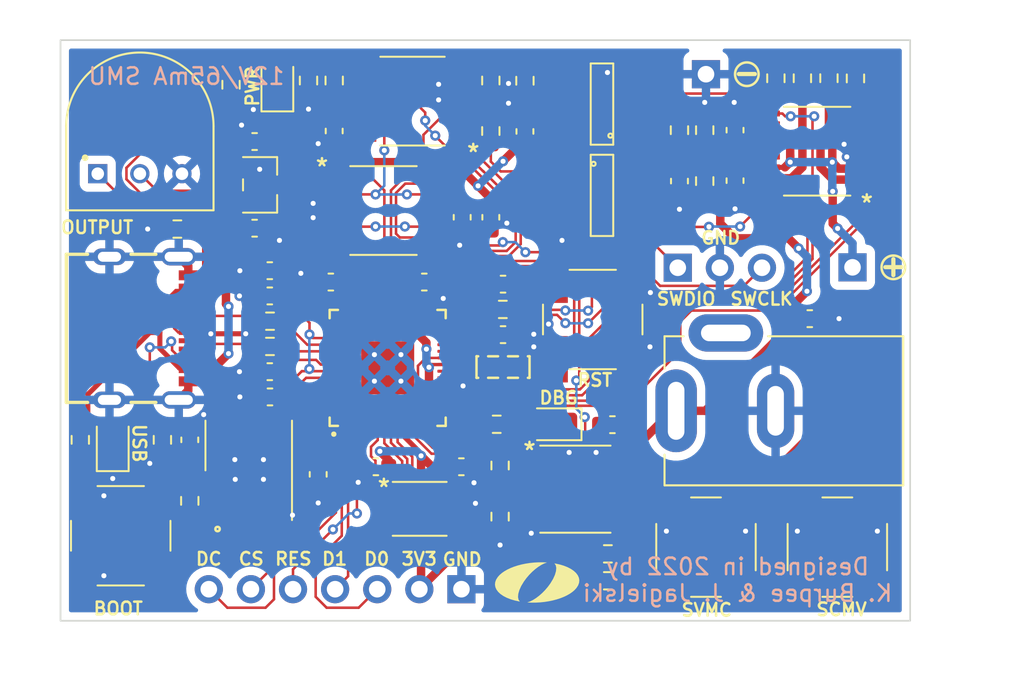
<source format=kicad_pcb>
(kicad_pcb (version 20211014) (generator pcbnew)
  (layers (0 "F.Cu" signal) (31 "B.Cu" signal) (34 "B.Paste" user) (35 "F.Paste" user) (36 "B.SilkS" user "B.Silkscreen") (37 "F.SilkS" user "F.Silkscreen") (38 "B.Mask" user) (39 "F.Mask" user) (44 "Edge.Cuts" user))
  (net 0 "")
  (net 1 "GND")
  (net 2 "+3V3")
  (net 3 "Net-(C10-Pad1)")
  (net 4 "+12V")
  (net 5 "Net-(R15-Pad1)")
  (net 6 "Net-(D1-Pad2)")
  (net 7 "Net-(D2-Pad2)")
  (net 8 "Net-(D3-Pad2)")
  (net 9 "Net-(J1-Pad1)")
  (net 11 "Net-(J4-PadA4B9)")
  (net 12 "Net-(J4-PadA5)")
  (net 13 "Net-(J4-PadA6)")
  (net 14 "Net-(J4-PadA7)")
  (net 16 "Net-(J4-PadB5)")
  (net 18 "/SWDIO")
  (net 19 "/SWCLK")
  (net 20 "/GPIO6")
  (net 21 "/GPIO7")
  (net 22 "/GPIO4")
  (net 23 "/GPIO3")
  (net 24 "/GPIO2")
  (net 25 "Net-(R4-Pad2)")
  (net 26 "Net-(R5-Pad2)")
  (net 27 "/RUN")
  (net 28 "/BOOT")
  (net 29 "Net-(R10-Pad1)")
  (net 30 "Net-(R9-Pad2)")
  (net 31 "Net-(R11-Pad1)")
  (net 32 "Net-(R11-Pad2)")
  (net 33 "Net-(R12-Pad1)")
  (net 34 "Net-(R13-Pad2)")
  (net 35 "Net-(R14-Pad1)")
  (net 36 "Net-(R17-Pad2)")
  (net 37 "Net-(R15-Pad2)")
  (net 38 "Net-(R18-Pad2)")
  (net 39 "Net-(R17-Pad1)")
  (net 40 "Net-(R18-Pad1)")
  (net 41 "Net-(R21-Pad2)")
  (net 42 "Net-(R21-Pad1)")
  (net 43 "/GPIO12")
  (net 44 "/GPIO13")
  (net 45 "/GPIO14")
  (net 46 "/GPIO27")
  (net 47 "/GPIO0")
  (net 48 "/GPIO1")
  (net 49 "/GPIO5")
  (net 50 "/GPIO8")
  (net 51 "/GPIO9")
  (net 52 "/GPIO10")
  (net 53 "/GPIO11")
  (net 54 "/GPIO15")
  (net 55 "Net-(U1-Pad20)")
  (net 56 "Net-(U1-Pad21)")
  (net 57 "/GPIO16")
  (net 58 "/GPIO17")
  (net 59 "/GPIO18")
  (net 60 "/GPIO19")
  (net 61 "/GPIO20")
  (net 62 "/GPIO21")
  (net 63 "/GPIO22")
  (net 64 "/GPIO23")
  (net 65 "/GPIO24")
  (net 66 "/GPIO25")
  (net 67 "/GPIO26")
  (net 68 "/GPIO28")
  (net 69 "/GPIO29")
  (net 70 "Net-(U1-Pad51)")
  (net 71 "Net-(U1-Pad52)")
  (net 72 "Net-(U1-Pad53)")
  (net 73 "Net-(U1-Pad54)")
  (net 74 "Net-(U1-Pad55)")
  (net 75 "Net-(U3-Pad8)")
  (net 76 "Net-(U10-Pad10)")
  (net 78 "Net-(U10-Pad11)")
  (net 81 "Net-(U10-Pad14)")
  (footprint "LED_SMD:LED_0805_2012Metric" (layer "F.Cu") (at 119.4308 122.7582 90)
    (fp_text reference "D2" hide)
    (fp_text value "LED")
  )
  (footprint "Eclectronics:TRIM_3352T-1-502LF" (layer "F.Cu") (at 121.0678 103.6193)
    (fp_text reference "RV1" hide)
    (fp_text value "5K")
  )
  (footprint "Package_SON:WSON-8-1EP_6x5mm_P1.27mm_EP3.4x4.3mm" (layer "F.Cu") (at 127.635 124.3974 90)
    (fp_text reference "U2" hide)
    (fp_text value "W25Q128JV" hide)
  )
  (footprint "Capacitor_SMD:C_0603_1608Metric" (layer "F.Cu") (at 131.826 124.6378 -90)
    (fp_text reference "C2" hide)
    (fp_text value "0.1uF")
  )
  (footprint "Connector_PinHeader_2.54mm:PinHeader_1x07_P2.54mm_Vertical" (layer "F.Cu") (at 140.467 131.572 -90)
    (fp_text reference "J6" hide)
    (fp_text value "LCD Connector")
  )
  (footprint "Capacitor_SMD:C_0603_1608Metric" (layer "F.Cu") (at 128.905 118.4402 180)
    (fp_text reference "C7" hide)
    (fp_text value "0.1uF")
  )
  (footprint "LED_SMD:LED_0805_2012Metric" (layer "F.Cu") (at 146.0246 121.6152 180)
    (fp_text reference "D3" hide)
    (fp_text value "LED")
  )
  (footprint "Capacitor_SMD:C_0603_1608Metric" (layer "F.Cu") (at 128.905 113.8682 180)
    (fp_text reference "C9" hide)
    (fp_text value "1uF")
  )
  (footprint "Eclectronics:NCS20072DR2G" (layer "F.Cu") (at 147.340193 125.53315)
    (fp_text reference "U5" hide)
    (fp_text value "NCS20072DR2G" hide)
  )
  (footprint "Resistor_SMD:R_0603_1608Metric" (layer "F.Cu") (at 132.7912 100.8634 -90)
    (fp_text reference "R15" hide)
    (fp_text value "12.7K")
  )
  (footprint "Capacitor_SMD:C_0603_1608Metric" (layer "F.Cu") (at 142.24 109.1184 -90)
    (fp_text reference "C22" hide)
    (fp_text value "1uF")
  )
  (footprint "Capacitor_SMD:C_0603_1608Metric" (layer "F.Cu") (at 132.7912 103.9114 90)
    (fp_text reference "C20" hide)
    (fp_text value "0.1uF")
  )
  (footprint "Eclectronics:TLV2186IDR" (layer "F.Cu") (at 148.9456 102.2858 180)
    (fp_text reference "U7" hide)
    (fp_text value "TLV2186IDR" hide)
  )
  (footprint "Resistor_SMD:R_0603_1608Metric" (layer "F.Cu") (at 122.428 122.555 -90)
    (fp_text reference "R2" hide)
    (fp_text value "5.1K")
  )
  (footprint "Resistor_SMD:R_0603_1608Metric" (layer "F.Cu") (at 153.6192 103.8606 -90)
    (fp_text reference "R18" hide)
    (fp_text value "1K")
  )
  (footprint "Capacitor_SMD:C_0603_1608Metric" (layer "F.Cu") (at 156.972 106.9086 -90)
    (fp_text reference "C16" hide)
    (fp_text value "0.1uF")
  )
  (footprint "Capacitor_SMD:C_0603_1608Metric" (layer "F.Cu") (at 161.4802 115.2398)
    (fp_text reference "C23" hide)
    (fp_text value "10uF")
  )
  (footprint "Eclectronics:TL3301AFxxxxJ" (layer "F.Cu") (at 148.3868 115.2906 90)
    (fp_text reference "S1" hide)
    (fp_text value "RST")
  )
  (footprint "Capacitor_SMD:C_0603_1608Metric" (layer "F.Cu") (at 138.2268 113.03)
    (fp_text reference "C5" hide)
    (fp_text value "0.1uF")
  )
  (footprint "Capacitor_SMD:C_0603_1608Metric" (layer "F.Cu") (at 124.079 122.555 -90)
    (fp_text reference "C1" hide)
    (fp_text value "0.1uF")
  )
  (footprint "Resistor_SMD:R_0603_1608Metric" (layer "F.Cu") (at 126.5682 101.1174 90)
    (fp_text reference "R8" hide)
    (fp_text value "1K")
  )
  (footprint "Resistor_SMD:R_0603_1608Metric" (layer "F.Cu") (at 142.24 103.9114 90)
    (fp_text reference "R21" hide)
    (fp_text value "12.7K")
  )
  (footprint "Resistor_SMD:R_0603_1608Metric" (layer "F.Cu") (at 155.1432 103.8606 90)
    (fp_text reference "R20" hide)
    (fp_text value "1K")
  )
  (footprint "Resistor_SMD:R_0603_1608Metric" (layer "F.Cu") (at 149.3012 131.064 180)
    (fp_text reference "R25" hide)
    (fp_text value "5.1K")
  )
  (footprint "Capacitor_SMD:C_0603_1608Metric" (layer "F.Cu") (at 142.9766 116.205)
    (fp_text reference "C4" hide)
    (fp_text value "0.1uF")
  )
  (footprint "Capacitor_SMD:C_0603_1608Metric" (layer "F.Cu") (at 142.9766 113.157)
    (fp_text reference "C10" hide)
    (fp_text value "0.1uF")
  )
  (footprint "Resistor_SMD:R_0603_1608Metric" (layer "F.Cu") (at 161.036 100.726621 90)
    (fp_text reference "R12" hide)
    (fp_text value "10K")
  )
  (footprint "Resistor_SMD:R_0603_1608Metric" (layer "F.Cu") (at 142.7988 127.19 -90)
    (fp_text reference "R10" hide)
    (fp_text value "4.75K")
  )
  (footprint "Resistor_SMD:R_0603_1608Metric" (layer "F.Cu") (at 128.9204 115.3922)
    (fp_text reference "R4" hide)
    (fp_text value "27Ω")
  )
  (footprint "Resistor_SMD:R_0603_1608Metric" (layer "F.Cu") (at 123.3292 109.8296 180)
    (fp_text reference "R3" hide)
    (fp_text value "5.1K")
  )
  (footprint "Capacitor_SMD:C_0603_1608Metric" (layer "F.Cu") (at 149.575393 121.6406)
    (fp_text reference "C15" hide)
    (fp_text value "0.1uF")
  )
  (footprint "Connector_PinHeader_2.54mm:PinHeader_1x03_P2.54mm_Vertical" (layer "F.Cu") (at 153.5176 112.1664 90)
    (fp_text reference "J5" hide)
    (fp_text value "Debug Connector")
  )
  (footprint "Capacitor_SMD:C_0603_1608Metric" (layer "F.Cu") (at 156.972 103.86 90)
    (fp_text reference "C17" hide)
    (fp_text value "1uF")
  )
  (footprint "Resistor_SMD:R_0603_1608Metric" (layer "F.Cu") (at 142.7988 124.1044 90)
    (fp_text reference "R9" hide)
    (fp_text value "12.7K")
  )
  (footprint "Eclectronics:TMUX6212PWR" (layer "F.Cu") (at 161.925 105.1306 180)
    (fp_text reference "U8" hide)
    (fp_text value "TMUX6212PWR" hide)
  )
  (footprint "Eclectronics:TMUX6212PWR" (layer "F.Cu") (at 135.763 108.712)
    (fp_text reference "U10" hide)
    (fp_text value "TMUX6212PWR" hide)
  )
  (footprint "Connector_PinHeader_2.54mm:PinHeader_1x01_P2.54mm_Vertical" (layer "F.Cu") (at 155.2194 100.4824)
    (fp_text reference "J2" hide)
    (fp_text value "Conn_01x01")
  )
  (footprint "Eclectronics:MCP4921T-E&slash_MS" (layer "F.Cu") (at 137.9474 126.7206)
    (fp_text reference "U3" hide)
    (fp_text value "MCP4921T-E_MS" hide)
  )
  (footprint "Eclectronics:TL3301AFxxxxJ" (layer "F.Cu") (at 155.2194 129.032 180)
    (fp_text reference "S3" hide)
    (fp_text value "FVMC")
  )
  (footprint "Eclectronics:TLV2186IDR" (layer "F.Cu") (at 148.9456 107.7976)
    (fp_text reference "U6" hide)
    (fp_text value "TLV2186IDR" hide)
  )
  (footprint "Resistor_SMD:R_0603_1608Metric" (layer "F.Cu") (at 124.079 126.238 90)
    (fp_text reference "R7" hide)
    (fp_text value "5.1K")
  )
  (footprint "Capacitor_SMD:C_0603_1608Metric" (layer "F.Cu") (at 140.462 124.1806)
    (fp_text reference "C3" hide)
    (fp_text value "0.1uF")
  )
  (footprint "Eclectronics:RP2040" (layer "F.Cu") (at 136.017 118.2116 90)
    (fp_text reference "U1" hide)
    (fp_text value "RP2040")
  )
  (footprint "Capacitor_SMD:C_0603_1608Metric" (layer "F.Cu") (at 128.9174 119.9642 180)
    (fp_text reference "C11" hide)
    (fp_text value "0.1uF")
  )
  (footprint "Resistor_SMD:R_0603_1608Metric" (layer "F.Cu") (at 159.4358 100.726621 90)
    (fp_text reference "R14" hide)
    (fp_text value "1M")
  )
  (footprint "Capacitor_SMD:C_0603_1608Metric" (layer "F.Cu") (at 127.9906 104.5464 180)
    (fp_text reference "C12" hide)
    (fp_text value "10uF")
  )
  (footprint "Resistor_SMD:R_0603_1608Metric" (layer "F.Cu") (at 117.475 122.555 -90)
    (fp_text reference "R1" hide)
    (fp_text value "1K")
  )
  (footprint "Eclectronics:MCP1792T-3302H&slash_CB" (layer "F.Cu") (at 128.3208 107.1626 -90)
    (fp_text reference "U4" hide)
    (fp_text value "MCP1792T-3302H_CB" hide)
  )
  (footprint "Eclectronics:TMUX6136PWR" (layer "F.Cu") (at 137.5156 102.108 180)
    (fp_text reference "U9" hide)
    (fp_text value "TMUX6136PWR" hide)
  )
  (footprint "Resistor_SMD:R_0603_1608Metric" (layer "F.Cu") (at 142.5956 121.6152)
    (fp_text reference "R23" hide)
    (fp_text value "1K")
  )
  (footprint "Capacitor_SMD:C_0603_1608Metric" (layer "F.Cu") (at 128.905 112.3442 180)
    (fp_text reference "C8" hide)
    (fp_text value "1uF")
  )
  (footprint "Resistor_SMD:R_0603_1608Metric" (layer "F.Cu") (at 131.2418 100.8634 -90)
    (fp_text reference "R16" hide)
    (fp_text value "4.75K")
  )
  (footprint "Capacitor_SMD:C_0603_1608Metric" (layer "F.Cu") (at 144.2974 103.9368 -90)
    (fp_text reference "C19" hide)
    (fp_text value "0.1uF")
  )
  (footprint "Resistor_SMD:R_0603_1608Metric" (layer "F.Cu") (at 128.9172 116.9162)
    (fp_text reference "R5" hide)
    (fp_text value "27Ω")
  )
  (footprint "Eclectronics:TL3301AFxxxxJ" (layer "F.Cu") (at 119.9134 128.3462 -90)
    (fp_text reference "S2" hide)
    (fp_text value "BOOT")
  )
  (footprint "LED_SMD:LED_0805_2012Metric" (layer "F.Cu") (at 129.3622 101.0412 90)
    (fp_text reference "D1" hide)
    (fp_text value "LED")
  )
  (footprint "Capacitor_SMD:C_0603_1608Metric" (layer "F.Cu") (at 135.3058 124.1806)
    (fp_text reference "C14" hide)
    (fp_text value "0.1uF")
  )
  (footprint "Eclectronics:CSTNE" (layer "F.Cu") (at 142.9766 118.1608)
    (fp_text reference "Y1" hide)
    (fp_text value "12MHz")
  )
  (footprint "Resistor_SMD:R_0603_1608Metric" (layer "F.Cu") (at 149.3012 129.4384 180)
    (fp_text reference "R24" hide)
    (fp_text value "5.1K")
  )
  (footprint "Resistor_SMD:R_0603_1608Metric" (layer "F.Cu") (at 164.2364 100.7364 -90)
    (fp_text reference "R13" hide)
    (fp_text value "100K")
  )
  (footprint "Eclectronics:CUI_PJ-202B" (layer "F.Cu") (at 159.9184 120.8024)
    (fp_text reference "J3" hide)
    (fp_text value "Barrel_Jack_Switch")
  )
  (footprint "Resistor_SMD:R_0603_1608Metric" (layer "F.Cu") (at 142.9634 114.681 180)
    (fp_text reference "R6" hide)
    (fp_text value "5.1K")
  )
  (footprint "Resistor_SMD:R_0603_1608Metric" (layer "F.Cu") (at 162.6362 100.7232 -90)
    (fp_text reference "R11" hide)
    (fp_text value "200Ω")
  )
  (footprint "Eclectronics:OlinLogoSm" (layer "F.Cu") (at 145.034 131.1656)
    (fp_text reference "OlinLogoSm" hide)
    (fp_text value "G***" hide)
  )
  (footprint "Capacitor_SMD:C_0603_1608Metric" (layer "F.Cu") (at 132.588 113.03 180)
    (fp_text reference "C6" hide)
    (fp_text value "0.1uF")
  )
  (footprint "Connector_PinHeader_2.54mm:PinHeader_1x01_P2.54mm_Vertical" (layer "F.Cu") (at 164.0586 112.141)
    (fp_text reference "J1" hide)
    (fp_text value "Conn_01x01")
  )
  (footprint "Eclectronics:TL3301AFxxxxJ" (layer "F.Cu") (at 163.1442 129.032 180)
    (fp_text reference "S4" hide)
    (fp_text value "FCMV")
  )
  (footprint "Capacitor_SMD:C_0603_1608Metric" (layer "F.Cu") (at 140.5128 109.1184 -90)
    (fp_text reference "C21" hide)
    (fp_text value "0.1uF")
  )
  (footprint "Resistor_SMD:R_0603_1608Metric" (layer "F.Cu") (at 142.24 100.8634 90)
    (fp_text reference "R22" hide)
    (fp_text value "4.75K")
  )
  (footprint "Capacitor_SMD:C_0603_1608Metric" (layer "F.Cu") (at 153.6192 106.934 90)
    (fp_text reference "C18" hide)
    (fp_text value "0.1uF")
  )
  (footprint "Resistor_SMD:R_0603_1608Metric" (layer "F.Cu") (at 144.2974 100.8766 90)
    (fp_text reference "R19" hide)
    (fp_text value "1K")
  )
  (footprint "Capacitor_SMD:C_0603_1608Metric" (layer "F.Cu") (at 127.9906 109.7788)
    (fp_text reference "C13" hide)
    (fp_text value "10uF")
  )
  (footprint "Eclectronics:USB4105-GF-A" (layer "F.Cu") (at 119.2342 115.824 -90)
    (fp_text reference "J4" hide)
    (fp_text value "USB4105-GF-A")
  )
  (footprint "Resistor_SMD:R_0603_1608Metric" (layer "F.Cu") (at 155.1432 106.934 -90)
    (fp_text reference "R17" hide)
    (fp_text value "1K")
  )
  (gr_circle (center 157.683653 100.4824) (end 157.277253 101.0666) (layer "F.SilkS") (width 0.15) (fill none))
  (gr_circle (center 125.7554 127.9398) (end 125.8062 127.9652) (layer "F.SilkS") (width 0.15) (fill none))
  (gr_circle (center 166.522853 112.141) (end 166.116453 112.7252) (layer "F.SilkS") (width 0.15) (fill none))
  (gr_rect (start 116.2812 133.477) (end 167.5384 98.425) (layer "Edge.Cuts") (width 0.1) (fill none))
  (gr_text "Designed in 2022 by\nK. Burpee & J. Jagielski" (at 157.1244 131.0132) (layer "B.SilkS") (effects (font (size 1 1)) (justify mirror)))
  (gr_text "12V/65mA SMU" (at 123.8758 100.6094) (layer "B.SilkS") (effects (font (size 1 1)) (justify mirror)))
  (gr_text "GND" (at 156.1084 110.363) (layer "F.SilkS") (effects (font (size 0.762 0.762))))
  (gr_text "PWR" (at 127.8636 101.219 90) (layer "F.SilkS") (effects (font (size 0.762 0.762))))
  (gr_text "-" (at 157.683653 100.380347) (layer "F.SilkS") (effects (font (size 1.27 1.27) (thickness 0.254))))
  (gr_text "3V3" (at 137.922 129.7432) (layer "F.SilkS") (effects (font (size 0.762 0.762))))
  (gr_text "CS" (at 127.7874 129.7432) (layer "F.SilkS") (effects (font (size 0.762 0.762))))
  (gr_text "SVMC" (at 155.264993 132.82295) (layer "F.SilkS") (effects (font (size 0.762 0.762))))
  (gr_text "BOOT\n" (at 119.761 132.7404) (layer "F.SilkS") (effects (font (size 0.762 0.762))))
  (gr_text "OUTPUT" (at 118.491 109.728) (layer "F.SilkS") (effects (font (size 0.762 0.762))))
  (gr_text "RES" (at 130.3274 129.7432) (layer "F.SilkS") (effects (font (size 0.762 0.762))))
  (gr_text "GND" (at 140.5128 129.7686) (layer "F.SilkS") (effects (font (size 0.762 0.762))))
  (gr_text "DBG" (at 146.3294 120.015) (layer "F.SilkS") (effects (font (size 0.762 0.762))))
  (gr_text "USB" (at 121.031 122.7582 270) (layer "F.SilkS") (effects (font (size 0.762 0.762))))
  (gr_text "SWCLK" (at 158.5722 114.046) (layer "F.SilkS") (effects (font (size 0.762 0.762))))
  (gr_text "DC" (at 125.222 129.7432) (layer "F.SilkS") (effects (font (size 0.762 0.762))))
  (gr_text "+" (at 166.522853 112.0394) (layer "F.SilkS") (effects (font (size 1.27 1.27) (thickness 0.254))))
  (gr_text "D1" (at 132.8166 129.7432) (layer "F.SilkS") (effects (font (size 0.762 0.762))))
  (gr_text "RST" (at 148.5138 118.9482) (layer "F.SilkS") (effects (font (size 0.762 0.762))))
  (gr_text "D0" (at 135.3566 129.7432) (layer "F.SilkS") (effects (font (size 0.762 0.762))))
  (gr_text "SWDIO\n" (at 154.0256 114.046) (layer "F.SilkS") (effects (font (size 0.762 0.762))))
  (gr_text "SCMV\n" (at 163.3982 132.7912) (layer "F.SilkS") (effects (font (size 0.762 0.762))))
  (segment (start 118.8844 125.9462) (end 117.6634 125.9462) (width 0.1524) (layer "F.Cu") (net 1))
  (segment (start 139.9921 126.395599) (end 141.306582 126.395599) (width 0.1524) (layer "F.Cu") (net 1))
  (segment (start 153.6192 107.709) (end 153.6192 108.6358) (width 0.1524) (layer "F.Cu") (net 1))
  (segment (start 128.5517 101.9787) (end 129.3622 101.9787) (width 0.1524) (layer "F.Cu") (net 1))
  (segment (start 149.2758 100.3808) (end 151.359199 100.3808) (width 0.1524) (layer "F.Cu") (net 1))
  (segment (start 131.5212 109.1438) (end 131.628007 109.036993) (width 0.1524) (layer "F.Cu") (net 1))
  (segment (start 151.0922 112.8906) (end 150.6368 112.8906) (width 0.1524) (layer "F.Cu") (net 1))
  (segment (start 128.1424 119.9642) (end 127.1016 119.9642) (width 0.1524) (layer "F.Cu") (net 1))
  (segment (start 128.2954 106.2228) (end 128.285199 106.212599) (width 0.1524) (layer "F.Cu") (net 1))
  (segment (start 163.644707 104.805607) (end 164.87775 104.805607) (width 0.1524) (layer "F.Cu") (net 1))
  (segment (start 130.779141 112.502059) (end 131.285059 112.502059) (width 0.1524) (layer "F.Cu") (net 1))
  (segment (start 160.7312 128.0668) (end 160.7442 128.0538) (width 0.1524) (layer "F.Cu") (net 1))
  (segment (start 143.2057 109.474) (end 142.6594 109.474) (width 0.1524) (layer "F.Cu") (net 1))
  (segment (start 125.350447 116.152753) (end 125.349 116.1542) (width 0.3048) (layer "F.Cu") (net 1))
  (segment (start 128.13 112.3442) (end 127.1016 112.3442) (width 0.1524) (layer "F.Cu") (net 1))
  (segment (start 142.304 100.0384) (end 143.3068 101.0412) (width 0.1524) (layer "F.Cu") (net 1))
  (segment (start 163.713754 105.474) (end 163.732161 105.455593) (width 0.1524) (layer "F.Cu") (net 1))
  (segment (start 127.9144 102.616) (end 128.5517 101.9787) (width 0.1524) (layer "F.Cu") (net 1))
  (segment (start 139.339198 101.783002) (end 140.4366 101.783002) (width 0.1524) (layer "F.Cu") (net 1))
  (segment (start 139.0904 102.0318) (end 139.339198 101.783002) (width 0.1524) (layer "F.Cu") (net 1))
  (segment (start 143.5608 116.9416) (end 142.9766 117.5258) (width 0.1524) (layer "F.Cu") (net 1))
  (segment (start 142.9766 117.5258) (end 142.9766 118.1608) (width 0.1524) (layer "F.Cu") (net 1))
  (segment (start 140.5641 119.301189) (end 140.474511 119.2116) (width 0.1524) (layer "F.Cu") (net 1))
  (segment (start 119.4308 124.8918) (end 119.4308 123.6957) (width 0.3048) (layer "F.Cu") (net 1))
  (segment (start 144.417 113.8224) (end 143.7516 113.157) (width 0.1524) (layer "F.Cu") (net 1))
  (segment (start 124.1682 121.78) (end 124.9172 121.031) (width 0.1524) (layer "F.Cu") (net 1))
  (segment (start 118.8974 130.7592) (end 117.6764 130.7592) (width 0.1524) (layer "F.Cu") (net 1))
  (segment (start 157.6194 128.0544) (end 157.6194 126.782) (width 0.1524) (layer "F.Cu") (net 1))
  (segment (start 144.6784 128.1938) (end 144.685893 128.186307) (width 0.1524) (layer "F.Cu") (net 1))
  (segment (start 129.4892 110.5024) (end 128.7656 109.7788) (width 0.1524) (layer "F.Cu") (net 1))
  (segment (start 142.6594 109.474) (end 142.24 109.8934) (width 0.1524) (layer "F.Cu") (net 1))
  (segment (start 165.5572 128.0668) (end 165.5572 126.795) (width 0.1524) (layer "F.Cu") (net 1))
  (segment (start 140.3599 110.806175) (end 140.5128 110.653275) (width 0.1524) (layer "F.Cu") (net 1))
  (segment (start 163.732161 105.455593) (end 164.87775 105.455593) (width 0.1524) (layer "F.Cu") (net 1))
  (segment (start 146.9621 123.3147) (end 146.9644 123.317) (width 0.1524) (layer "F.Cu") (net 1))
  (segment (start 142.24 100.0384) (end 142.304 100.0384) (width 0.1524) (layer "F.Cu") (net 1))
  (segment (start 144.2336 103.1618) (end 143.3068 102.235) (width 0.1524) (layer "F.Cu") (net 1))
  (segment (start 139.0018 113.6526) (end 139.3698 114.0206) (width 0.1524) (layer "F.Cu") (net 1))
  (segment (start 131.839 104.6864) (end 132.7912 104.6864) (width 0.1524) (layer "F.Cu") (net 1))
  (segment (start 134.5308 124.8286) (end 134.5308 124.1806) (width 0.1524) (layer "F.Cu") (net 1))
  (segment (start 151.8412 116.9416) (end 151.0922 117.6906) (width 0.1524) (layer "F.Cu") (net 1))
  (segment (start 141.237 124.1806) (end 141.237 125.1328) (width 0.1524) (layer "F.Cu") (net 1))
  (segment (start 123.9892 112.079) (end 123.4142 111.504) (width 0.508) (layer "F.Cu") (net 1))
  (segment (start 148.800393 121.6406) (end 148.800393 123.106607) (width 0.1524) (layer "F.Cu") (net 1))
  (segment (start 156.972 103.085) (end 156.9212 103.0342) (width 0.1524) (layer "F.Cu") (net 1))
  (segment (start 151.8666 113.665) (end 151.0922 112.8906) (width 0.1524) (layer "F.Cu") (net 1))
  (segment (start 145.436459 115.565311) (end 144.417 114.545852) (width 0.1524) (layer "F.Cu") (net 1))
  (segment (start 131.826 104.6734) (end 131.839 104.6864) (width 0.1524) (layer "F.Cu") (net 1))
  (segment (start 139.0018 113.03) (end 139.0018 113.6526) (width 0.1524) (layer "F.Cu") (net 1))
  (segment (start 146.9621 121.6152) (end 146.9621 123.3147) (width 0.1524) (layer "F.Cu") (net 1))
  (segment (start 118.8974 125.9332) (end 118.8844 125.9462) (width 0.1524) (layer "F.Cu") (net 1))
  (segment (start 142.7988 128.015) (end 142.7988 128.905) (width 0.1524) (layer "F.Cu") (net 1))
  (segment (start 145.724489 115.565311) (end 145.436459 115.565311) (width 0.1524) (layer "F.Cu") (net 1))
  (segment (start 148.800393 123.106607) (end 148.59 123.317) (width 0.1524) (layer "F.Cu") (net 1))
  (segment (start 134.239 125.1204) (end 134.5308 124.8286) (width 0.1524) (layer "F.Cu") (net 1))
  (segment (start 130.2724 127.0974) (end 129.54 127.0974) (width 0.1524) (layer "F.Cu") (net 1))
  (segment (start 151.0922 117.6906) (end 150.6368 117.6906) (width 0.1524) (layer "F.Cu") (net 1))
  (segment (start 124.079 121.78) (end 124.1682 121.78) (width 0.1524) (layer "F.Cu") (net 1))
  (segment (start 121.666 123.9774) (end 122.2634 123.38) (width 0.1524) (layer "F.Cu") (net 1))
  (segment (start 140.474511 119.2116) (end 139.4545 119.2116) (width 0.1524) (layer "F.Cu") (net 1))
  (segment (start 128.13 113.8682) (end 127.0762 113.8682) (width 0.1524) (layer "F.Cu") (net 1))
  (segment (start 127.2156 103.5682) (end 127.2032 103.5558) (width 0.1524) (layer "F.Cu") (net 1))
  (segment (start 144.8054 116.205) (end 144.8308 116.1796) (width 0.1524) (layer "F.Cu") (net 1))
  (segment (start 160.7442 128.0538) (end 160.7442 126.782) (width 0.1524) (layer "F.Cu") (net 1))
  (segment (start 144.685893 128.186307) (end 144.685893 127.43815) (width 0.1524) (layer "F.Cu") (net 1))
  (segment (start 123.9892 119.024) (end 123.9892 119.569) (width 0.508) (layer "F.Cu") (net 1))
  (segment (start 131.628007 109.036993) (end 132.81025 109.036993) (width 0.1524) (layer "F.Cu") (net 1))
  (segment (start 155.1432 102.1837) (end 155.1432 103.0356) (width 0.1524) (layer "F.Cu") (net 1))
  (segment (start 141.237 125.1328) (end 141.224 125.1458) (width 0.1524) (layer "F.Cu") (net 1))
  (segment (start 146.5326 110.5154) (end 146.532001 110.514801) (width 0.1524) (layer "F.Cu") (net 1))
  (segment (start 165.5572 126.795) (end 165.5442 126.782) (width 0.1524) (layer "F.Cu") (net 1))
  (segment (start 139.131401 101.133001) (end 140.4366 101.133001) (width 0.1524) (layer "F.Cu") (net 1))
  (segment (start 130.2766 127.1016) (end 130.2724 127.0974) (width 0.1524) (layer "F.Cu") (net 1))
  (segment (start 144.417 114.545852) (end 144.417 113.8224) (width 0.1524) (layer "F.Cu") (net 1))
  (segment (start 152.8318 128.0668) (end 152.8194 128.0544) (width 0.1524) (layer "F.Cu") (net 1))
  (segment (start 152.8194 128.0544) (end 152.8194 126.782) (width 0.1524) (layer "F.Cu") (net 1))
  (segment (start 131.628007 108.387007) (end 131.5212 108.2802) (width 0.1524) (layer "F.Cu") (net 1))
  (segment (start 127.2156 104.5464) (end 127.2156 103.5682) (width 0.1524) (layer "F.Cu") (net 1))
  (segment (start 143.7516 116.205) (end 144.8054 116.205) (width 0.1524) (layer "F.Cu") (net 1))
  (segment (start 128.285199 106.212599) (end 127.127 106.212599) (width 0.1524) (layer "F.Cu") (net 1))
  (segment (start 139.0904 101.092) (end 139.131401 101.133001) (width 0.1524) (layer "F.Cu") (net 1))
  (segment (start 122.2634 123.38) (end 122.428 123.38) (width 0.1524) (layer "F.Cu") (net 1))
  (segment (start 123.9892 112.624) (end 123.9892 112.079) (width 0.508) (layer "F.Cu") (net 1))
  (segment (start 140.5128 110.653275) (end 140.5128 109.8934) (width 0.1524) (layer "F.Cu") (net 1))
  (segment (start 127.453253 116.152753) (end 125.350447 116.152753) (width 0.3048) (layer "F.Cu") (net 1))
  (segment (start 128.13 118.4402) (end 127.0762 118.4402) (width 0.1524) (layer "F.Cu") (net 1))
  (segment (start 129.4892 110.5154) (end 129.4892 110.5024) (width 0.1524) (layer "F.Cu") (net 1))
  (segment (start 117.6764 130.7592) (end 117.6634 130.7462) (width 0.1524) (layer "F.Cu") (net 1))
  (segment (start 123.9892 119.569) (end 123.4142 120.144) (width 0.508) (layer "F.Cu") (net 1))
  (segment (start 163.5506 104.7115) (end 163.644707 104.805607) (width 0.1524) (layer "F.Cu") (net 1))
  (segment (start 146.532001 110.514801) (end 146.532001 109.7026) (width 0.1524) (layer "F.Cu") (net 1))
  (segment (start 157.607 128.0668) (end 157.6194 128.0544) (width 0.1524) (layer "F.Cu") (net 1))
  (segment (start 131.2418 101.6884) (end 131.2418 102.5906) (width 0.1524) (layer "F.Cu") (net 1))
  (segment (start 144.2974 103.1618) (end 144.2336 103.1618) (width 0.1524) (layer "F.Cu") (net 1))
  (segment (start 156.972 108.6104) (end 156.972 107.6836) (width 0.1524) (layer "F.Cu") (net 1))
  (segment (start 141.306582 126.395599) (end 141.313121 126.38906) (width 0.1524) (layer "F.Cu") (net 1))
  (segment (start 131.826 126.365) (end 131.826 125.4128) (width 0.1524) (layer "F.Cu") (net 1))
  (segment (start 156.9212 103.0342) (end 156.9212 102.1837) (width 0.1524) (layer "F.Cu") (net 1))
  (segment (start 122.5042 109.8296) (end 121.539 109.8296) (width 0.1524) (layer "F.Cu") (net 1))
  (segment (start 132.81025 108.387007) (end 131.628007 108.387007) (width 0.1524) (layer "F.Cu") (net 1))
  (segment (start 162.2552 115.2398) (end 163.2458 115.2398) (width 0.508) (layer "F.Cu") (net 1))
  (segment (start 144.8308 116.9416) (end 143.5608 116.9416) (width 0.1524) (layer "F.Cu") (net 1))
  (segment (start 131.285059 112.502059) (end 131.813 113.03) (width 0.1524) (layer "F.Cu") (net 1))
  (via (at 121.666 123.9774) (size 0.6096) (drill 0.3048) (layers "F.Cu" "B.Cu") (net 1))
  (via (at 163.2458 115.2398) (size 0.6096) (drill 0.3048) (layers "F.Cu" "B.Cu") (net 1))
  (via (at 149.2758 100.3808) (size 0.6096) (drill 0.3048) (layers "F.Cu" "B.Cu") (net 1))
  (via (at 142.7988 128.905) (size 0.6096) (drill 0.3048) (layers "F.Cu" "B.Cu") (net 1))
  (via (at 127.9144 102.616) (size 0.6096) (drill 0.3048) (layers "F.Cu" "B.Cu") (net 1))
  (via (at 163.713754 105.474) (size 0.6096) (drill 0.3048) (layers "F.Cu" "B.Cu") (net 1))
  (via (at 119.4308 124.8918) (size 0.6096) (drill 0.3048) (layers "F.Cu" "B.Cu") (net 1))
  (via (at 131.826 126.365) (size 0.6096) (drill 0.3048) (layers "F.Cu" "B.Cu") (net 1))
  (via (at 140.5641 119.301189) (size 0.6096) (drill 0.3048) (layers "F.Cu" "B.Cu") (net 1))
  (via (at 146.9644 123.317) (size 0.6096) (drill 0.3048) (layers "F.Cu" "B.Cu") (net 1))
  (via (at 134.239 125.1204) (size 0.6096) (drill 0.3048) (layers "F.Cu" "B.Cu") (net 1))
  (via (at 163.5506 104.7115) (size 0.6096) (drill 0.3048) (layers "F.Cu" "B.Cu") (net 1))
  (via (at 140.3599 110.806175) (size 0.6096) (drill 0.3048) (layers "F.Cu" "B.Cu") (net 1))
  (via (at 126.8222 124.9426) (size 0.6096) (drill 0.3048) (layers "F.Cu" "B.Cu") (net 1))
  (via (at 129.4892 110.5154) (size 0.6096) (drill 0.3048) (layers "F.Cu" "B.Cu") (net 1))
  (via (at 126.7968 123.7488) (size 0.6096) (drill 0.3048) (layers "F.Cu" "B.Cu") (net 1))
  (via (at 151.8666 113.665) (size 0.6096) (drill 0.3048) (layers "F.Cu" "B.Cu") (net 1))
  (via (at 155.1432 102.1837) (size 0.6096) (drill 0.3048) (layers "F.Cu" "B.Cu") (net 1))
  (via (at 128.2954 106.2228) (size 0.6096) (drill 0.3048) (layers "F.Cu" "B.Cu") (net 1))
  (via (at 131.5212 108.2802) (size 0.6096) (drill 0.3048) (layers "F.Cu" "B.Cu") (net 1))
  (via (at 146.5326 110.5154) (size 0.6096) (drill 0.3048) (layers "F.Cu" "B.Cu") (net 1))
  (via (at 124.9172 121.031) (size 0.6096) (drill 0.3048) (layers "F.Cu" "B.Cu") (net 1))
  (via (at 127.0762 113.8682) (size 0.6096) (drill 0.3048) (layers "F.Cu" "B.Cu") (net 1))
  (via (at 131.826 104.6734) (size 0.6096) (drill 0.3048) (layers "F.Cu" "B.Cu") (net 1))
  (via (at 139.3698 114.0206) (size 0.6096) (drill 0.3048) (layers "F.Cu" "B.Cu") (net 1))
  (via (at 125.349 116.1542) (size 0.6096) (drill 0.3048) (layers "F.Cu" "B.Cu") (net 1))
  (via (at 156.972 108.6104) (size 0.6096) (drill 0.3048) (layers "F.Cu" "B.Cu") (net 1))
  (via (at 157.607 128.0668) (size 0.6096) (drill 0.3048) (layers "F.Cu" "B.Cu") (net 1))
  (via (at 144.8308 116.9416) (size 0.6096) (drill 0.3048) (layers "F.Cu" "B.Cu") (net 1))
  (via (at 152.8318 128.0668) (size 0.6096) (drill 0.3048) (layers "F.Cu" "B.Cu") (net 1))
  (via (at 143.2057 109.474) (size 0.6096) (drill 0.3048) (layers "F.Cu" "B.Cu") (net 1))
  (via (at 139.0904 101.092) (size 0.6096) (drill 0.3048) (layers "F.Cu" "B.Cu") (net 1))
  (via (at 139.0904 102.0318) (size 0.6096) (drill 0.3048) (layers "F.Cu" "B.Cu") (net 1))
  (via (at 148.59 123.317) (size 0.6096) (drill 0.3048) (layers "F.Cu" "B.Cu") (net 1))
  (via (at 118.8974 130.7592) (size 0.6096) (drill 0.3048) (layers "F.Cu" "B.Cu") (net 1))
  (via (at 131.5212 109.1438) (size 0.6096) (drill 0.3048) (layers "F.Cu" "B.Cu") (net 1))
  (via (at 141.224 125.1458) (size 0.6096) (drill 0.3048) (layers "F.Cu" "B.Cu") (net 1))
  (via (at 130.779141 112.502059) (size 0.6096) (drill 0.3048) (layers "F.Cu" "B.Cu") (net 1))
  (via (at 131.2418 102.5906) (size 0.6096) (drill 0.3048) (layers "F.Cu" "B.Cu") (net 1))
  (via (at 143.3068 102.235) (size 0.6096) (drill 0.3048) (layers "F.Cu" "B.Cu") (net 1))
  (via (at 151.8412 116.9416) (size 0.6096) (drill 0.3048) (layers "F.Cu" "B.Cu") (net 1))
  (via (at 127.1016 112.3442) (size 0.6096) (drill 0.3048) (layers "F.Cu" "B.Cu") (net 1))
  (via (at 165.5572 128.0668) (size 0.6096) (drill 0.3048) (layers "F.Cu" "B.Cu") (net 1))
  (via (at 156.9212 102.1837) (size 0.6096) (drill 0.3048) (layers "F.Cu" "B.Cu") (net 1))
  (via (at 145.724489 115.565311) (size 0.6096) (drill 0.3048) (layers "F.Cu" "B.Cu") (net 1))
  (via (at 128.524 123.7488) (size 0.6096) (drill 0.3048) (layers "F.Cu" "B.Cu") (net 1))
  (via (at 153.6192 108.6358) (size 0.6096) (drill 0.3048) (layers "F.Cu" "B.Cu") (net 1))
  (via (at 118.8974 125.9332) (size 0.6096) (drill 0.3048) (layers "F.Cu" "B.Cu") (net 1))
  (via (at 127.453253 116.152753) (size 0.6096) (drill 0.3048) (layers "F.Cu" "B.Cu") (net 1))
  (via (at 127.0762 118.4402) (size 0.6096) (drill 0.3048) (layers "F.Cu" "B.Cu") (net 1))
  (via (at 141.313121 126.38906) (size 0.6096) (drill 0.3048) (layers "F.Cu" "B.Cu") (net 1))
  (via (at 160.7312 128.0668) (size 0.6096) (drill 0.3048) (layers "F.Cu" "B.Cu") (net 1))
  (via (at 127.2032 103.5558) (size 0.6096) (drill 0.3048) (layers "F.Cu" "B.Cu") (net 1))
  (via (at 144.6784 128.1938) (size 0.6096) (drill 0.3048) (layers "F.Cu" "B.Cu") (net 1))
  (via (at 144.8308 116.1796) (size 0.6096) (drill 0.3048) (layers "F.Cu" "B.Cu") (net 1))
  (via (at 121.539 109.8296) (size 0.6096) (drill 0.3048) (layers "F.Cu" "B.Cu") (net 1))
  (via (at 128.524 124.9426) (size 0.6096) (drill 0.3048) (layers "F.Cu" "B.Cu") (net 1))
  (via (at 130.2766 127.1016) (size 0.6096) (drill 0.3048) (layers "F.Cu" "B.Cu") (net 1))
  (via (at 127.1016 119.9642) (size 0.6096) (drill 0.3048) (layers "F.Cu" "B.Cu") (net 1))
  (via (at 143.3068 101.0412) (size 0.6096) (drill 0.3048) (layers "F.Cu" "B.Cu") (net 1))
  (segment (start 133.417 121.6491) (end 133.417 121.0402) (width 0.2032) (layer "F.Cu") (net 2))
  (segment (start 139.4545 118.0116) (end 140.408 118.0116) (width 0.1524) (layer "F.Cu") (net 2))
  (segment (start 140.081 129.4384) (end 140.0708 129.4282) (width 0.1524) (layer "F.Cu") (net 2))
  (segment (start 137.017 115.5032) (end 137.033 115.5192) (width 0.2032) (layer "F.Cu") (net 2))
  (segment (start 120.4711 108.4326) (end 124.89 108.4326) (width 0.1524) (layer "F.Cu") (net 2))
  (segment (start 125.73 121.6974) (end 125.7116 121.6974) (width 0.1524) (layer "F.Cu") (net 2))
  (segment (start 139.687 124.1806) (end 138.693292 124.1806) (width 0.508) (layer "F.Cu") (net 2))
  (segment (start 133.417 114.7741) (end 133.417 114.8426) (width 0.2032) (layer "F.Cu") (net 2))
  (segment (start 138.031882 123.51919) (end 138.031882 131.467118) (width 0.508) (layer "F.Cu") (net 2))
  (segment (start 127.2156 109.7788) (end 127.2156 110.8332) (width 0.508) (layer "F.Cu") (net 2))
  (segment (start 126.4158 117.348) (end 125.73 118.0338) (width 0.508) (layer "F.Cu") (net 2))
  (segment (start 137.017 114.7741) (end 137.017 115.5032) (width 0.2032) (layer "F.Cu") (net 2))
  (segment (start 127.2156 109.8798) (end 129.68 112.3442) (width 0.508) (layer "F.Cu") (net 2))
  (segment (start 141.041001 127.045601) (end 141.351 127.3556) (width 0.508) (layer "F.Cu") (net 2))
  (segment (start 118.5278 106.4893) (end 120.4711 108.4326) (width 0.1524) (layer "F.Cu") (net 2))
  (segment (start 133.4262 117.0686) (end 133.4262 117.4496) (width 0.508) (layer "F.Cu") (net 2))
  (segment (start 142.2016 116.218) (end 142.2016 116.205) (width 0.1524) (layer "F.Cu") (net 2))
  (segment (start 132.5795 115.8071) (end 132.5795 115.6116) (width 0.1524) (layer "F.Cu") (net 2))
  (segment (start 126.2634 114.3508) (end 126.4158 114.5032) (width 0.508) (layer "F.Cu") (net 2))
  (segment (start 125.7116 121.6974) (end 124.079 123.33) (width 0.1524) (layer "F.Cu") (net 2))
  (segment (start 138.031882 123.376082) (end 137.017 122.3612) (width 0.3048) (layer "F.Cu") (net 2))
  (segment (start 133.417 121.0402) (end 133.8072 120.65) (width 0.2032) (layer "F.Cu") (net 2))
  (segment (start 133.417 121.6491) (end 131.826 123.2401) (width 0.1524) (layer "F.Cu") (net 2))
  (segment (start 137.017 121.6491) (end 137.017 120.92) (width 0.2032) (layer "F.Cu") (net 2))
  (segment (start 141.351 128.148) (end 140.0708 129.4282) (width 0.508) (layer "F.Cu") (net 2))
  (segment (start 136.0808 124.1806) (end 136.0808 125.567501) (width 0.508) (layer "F.Cu") (net 2))
  (segment (start 121.547567 108.112601) (end 120.2592 106.824234) (width 0.1524) (layer "F.Cu") (net 2))
  (segment (start 131.699 117.729) (end 130.3912 117.729) (width 0.1524) (layer "F.Cu") (net 2))
  (segment (start 138.510168 119.830495) (end 137.690663 120.65) (width 0.508) (layer "F.Cu") (net 2))
  (segment (start 132.5795 118.0116) (end 131.9816 118.0116) (width 0.1524) (layer "F.Cu") (net 2))
  (segment (start 141.351 127.3556) (end 141.351 128.148) (width 0.508) (layer "F.Cu") (net 2))
  (segment (start 138.672436 118.0116) (end 138.510168 118.173868) (width 0.2032) (layer "F.Cu") (net 2))
  (segment (start 137.690663 120.65) (end 137.287 120.65) (width 0.508) (layer "F.Cu") (net 2))
  (segment (start 137.287 120.65) (end 133.8072 120.65) (width 0.508) (layer "F.Cu") (net 2))
  (segment (start 138.3538 117.0787) (end 138.3538 116.6876) (width 0.508) (layer "F.Cu") (net 2))
  (segment (start 138.3538 116.6876) (end 137.8458 116.1796) (width 0.508) (layer "F.Cu") (net 2))
  (segment (start 131.826 123.2401) (end 131.826 123.8628) (width 0.1524) (layer "F.Cu") (net 2))
  (segment (start 127.2156 108.201201) (end 127.127 108.112601) (width 0.508) (layer "F.Cu") (net 2))
  (segment (start 137.017 114.7741) (end 137.017 113.4648) (width 0.1524) (layer "F.Cu") (net 2))
  (segment (start 124.89 108.4326) (end 126.2362 109.7788) (width 0.1524) (layer "F.Cu") (net 2))
  (segment (start 137.017 121.6491) (end 137.017 122.3612) (width 0.2032) (layer "F.Cu") (net 2))
  (segment (start 133.417 114.7741) (end 133.417 113.084) (width 0.1524) (layer "F.Cu") (net 2))
  (segment (start 133.3754 116.1288) (end 133.4262 116.1796) (width 0.508) (layer "F.Cu") (net 2))
  (segment (start 138.031882 131.467118) (end 137.927 131.572) (width 0.508) (layer "F.Cu") (net 2))
  (segment (start 129.68 112.3826) (end 129.68 112.3442) (width 0.1524) (layer "F.Cu") (net 2))
  (segment (start 136.0808 123.778835) (end 136.0808 124.1806) (width 0.508) (layer "F.Cu") (net 2))
  (segment (start 133.4262 116.1796) (end 133.4262 117.0686) (width 0.508) (layer "F.Cu") (net 2))
  (segment (start 127.2156 109.7788) (end 127.2156 108.201201) (width 0.508) (layer "F.Cu") (net 2))
  (segment (start 132.5795 115.6801) (end 132.5795 115.8071) (width 0.508) (layer "F.Cu") (net 2))
  (segment (start 132.8582 115.6116) (end 133.3754 116.1288) (width 0.508) (layer "F.Cu") (net 2))
  (segment (start 142.2016 114.7442) (end 142.1384 114.681) (width 0.1524) (layer "F.Cu") (net 2))
  (segment (start 140.408 118.0116) (end 142.2016 116.218) (width 0.1524) (layer "F.Cu") (net 2))
  (segment (start 138.693292 124.1806) (end 138.031882 123.51919) (width 0.508) (layer "F.Cu") (net 2))
  (segment (start 124.079 123.33) (end 124.079 125.413) (width 0.1524) (layer "F.Cu") (net 2))
  (segment (start 136.0808 125.567501) (end 135.9027 125.745601) (width 0.508) (layer "F.Cu") (net 2))
  (segment (start 133.2484 115.0112) (end 132.5795 115.6801) (width 0.508) (layer "F.Cu") (net 2))
  (segment (start 140.0708 129.4282) (end 137.927 131.572) (width 0.508) (layer "F.Cu") (net 2))
  (segment (start 139.9921 127.045601) (end 141.041001 127.045601) (width 0.508) (layer "F.Cu") (net 2))
  (segment (start 120.2592 106.131) (end 124.4478 101.9424) (width 0.1524) (layer "F.Cu") (net 2))
  (segment (start 133.417 114.8426) (end 133.2484 115.0112) (width 0.2032) (layer "F.Cu") (net 2))
  (segment (start 125.73 118.0338) (end 125.73 121.6974) (width 0.508) (layer "F.Cu") (net 2))
  (segment (start 137.8458 116.1796) (end 136.3726 116.1796) (width 0.508) (layer "F.Cu") (net 2))
  (segment (start 127.2156 110.8332) (end 126.2634 111.7854) (width 0.508) (layer "F.Cu") (net 2))
  (segment (start 138.510168 118.173868) (end 138.510168 119.830495) (width 0.508) (layer "F.Cu") (net 2))
  (segment (start 126.2362 109.7788) (end 127.2156 109.7788) (width 0.1524) (layer "F.Cu") (net 2))
  (segment (start 137.017 113.4648) (end 137.4518 113.03) (width 0.1524) (layer "F.Cu") (net 2))
  (segment (start 139.4545 118.0116) (end 138.672436 118.0116) (width 0.2032) (layer "F.Cu") (net 2))
  (segment (start 130.3912 117.729) (end 129.68 118.4402) (width 0.1524) (layer "F.Cu") (net 2))
  (segment (start 136.3726 116.1796) (end 137.033 115.5192) (width 0.508) (layer "F.Cu") (net 2))
  (segment (start 127.127 108.112601) (end 121.547567 108.112601) (width 0.1524) (layer "F.Cu") (net 2))
  (segment (start 127.2156 109.7788) (end 127.2156 109.8798) (width 0.508) (layer "F.Cu") (net 2))
  (segment (start 133.4262 117.4496) (end 133.0706 117.8052) (width 0.508) (layer "F.Cu") (net 2))
  (segment (start 148.4762 129.4384) (end 140.081 129.4384) (width 0.1524) (layer "F.Cu") (net 2))
  (segment (start 135.546266 123.244301) (end 136.0808 123.778835) (width 0.508) (layer "F.Cu") (net 2))
  (segment (start 131.9816 118.0116) (end 131.699 117.729) (width 0.1524) (layer "F.Cu") (net 2))
  (segment (start 129.68 112.408) (end 132.8836 115.6116) (width 0.508) (layer "F.Cu") (net 2))
  (segment (start 132.5795 116.0116) (end 132.5795 115.8071) (width 0.1524) (layer "F.Cu") (net 2))
  (segment (start 124.4478 101.9424) (end 126.5682 101.9424) (width 0.1524) (layer "F.Cu") (net 2))
  (segment (start 129.68 112.3442) (end 129.68 112.408) (width 0.508) (layer "F.Cu") (net 2))
  (segment (start 133.0452 117.8306) (end 132.3594 117.8306) (width 0.508) (layer "F.Cu") (net 2))
  (segment (start 137.017 120.92) (end 137.287 120.65) (width 0.2032) (layer "F.Cu") (net 2))
  (segment (start 133.0706 117.8052) (end 133.0452 117.8306) (width 0.508) (layer "F.Cu") (net 2))
  (segment (start 133.417 113.084) (end 133.363 113.03) (width 0.1524) (layer "F.Cu") (net 2))
  (segment (start 142.2016 116.205) (end 142.2016 114.7442) (width 0.1524) (layer "F.Cu") (net 2))
  (segment (start 120.2592 106.824234) (end 120.2592 106.131) (width 0.1524) (layer "F.Cu") (net 2))
  (segment (start 148.4762 129.4384) (end 148.4762 131.064) (width 0.1524) (layer "F.Cu") (net 2))
  (segment (start 138.031882 123.51919) (end 138.031882 123.376082) (width 0.3048) (layer "F.Cu") (net 2))
  (segment (start 133.4262 116.1796) (end 136.3726 116.1796) (width 0.508) (layer "F.Cu") (net 2))
  (segment (start 126.2634 111.7854) (end 126.2634 114.3508) (width 0.508) (layer "F.Cu") (net 2))
  (via (at 135.546266 123.244301) (size 0.6096) (drill 0.3048) (layers "F.Cu" "B.Cu") (net 2))
  (via (at 138.031882 123.51919) (size 0.6096) (drill 0.3048) (layers "F.Cu" "B.Cu") (net 2))
  (via (at 138.510168 118.173868) (size 0.6096) (drill 0.3048) (layers "F.Cu" "B.Cu") (net 2))
  (via (at 126.4158 117.348) (size 0.6096) (drill 0.3048) (layers "F.Cu" "B.Cu") (net 2))
  (via (at 138.3538 117.0787) (size 0.6096) (drill 0.3048) (layers "F.Cu" "B.Cu") (net 2))
  (via (at 126.4158 114.5032) (size 0.6096) (drill 0.3048) (layers "F.Cu" "B.Cu") (net 2))
  (segment (start 138.3538 118.0175) (end 138.510168 118.173868) (width 0.508) (layer "B.Cu") (net 2))
  (segment (start 137.756993 123.244301) (end 138.031882 123.51919) (width 0.508) (layer "B.Cu") (net 2))
  (segment (start 126.4158 114.5032) (end 126.4158 117.348) (width 0.508) (layer "B.Cu") (net 2))
  (segment (start 135.546266 123.244301) (end 137.756993 123.244301) (width 0.508) (layer "B.Cu") (net 2))
  (segment (start 138.3538 117.0787) (end 138.3538 118.0175) (width 0.508) (layer "B.Cu") (net 2))
  (segment (start 130.8386 118.4116) (end 129.6924 119.5578) (width 0.1524) (layer "F.Cu") (net 3))
  (segment (start 140.2746 117.6116) (end 141.478 116.4082) (width 0.1524) (layer "F.Cu") (net 3))
  (segment (start 138.3188 117.6116) (end 139.4545 117.6116) (width 0.1524) (layer "F.Cu") (net 3))
  (segment (start 132.5795 118.4116) (end 131.4482 118.4116) (width 0.1524) (layer "F.Cu") (net 3))
  (segment (start 132.5795 118.4116) (end 133.2198 118.4116) (width 0.1524) (layer "F.Cu") (net 3))
  (segment (start 131.300968 115.489168) (end 129.68 113.8682) (width 0.1524) (layer "F.Cu") (net 3))
  (segment (start 133.6548 119.4308) (end 134.3152 120.0912) (width 0.1524) (layer "F.Cu") (net 3))
  (segment (start 141.478 113.8806) (end 142.2016 113.157) (width 0.1524) (layer "F.Cu") (net 3))
  (segment (start 137.8458 119.812363) (end 137.8458 118.0846) (width 0.1524) (layer "F.Cu") (net 3))
  (segment (start 131.300968 116.194132) (end 131.518436 116.4116) (width 0.1524) (layer "F.Cu") (net 3))
  (segment (start 133.2198 118.4116) (end 133.6548 118.8466) (width 0.1524) (layer "F.Cu") (net 3))
  (segment (start 129.6924 119.5578) (end 129.6924 119.9642) (width 0.1524) (layer "F.Cu") (net 3))
  (segment (start 137.8458 118.0846) (end 138.3188 117.6116) (width 0.1524) (layer "F.Cu") (net 3))
  (segment (start 139.4545 117.6116) (end 140.2746 117.6116) (width 0.1524) (layer "F.Cu") (net 3))
  (segment (start 133.6548 118.8466) (end 133.6548 119.4308) (width 0.1524) (layer "F.Cu") (net 3))
  (segment (start 131.4482 118.4116) (end 130.8386 118.4116) (width 0.1524) (layer "F.Cu") (net 3))
  (segment (start 137.566963 120.0912) (end 137.8458 119.812363) (width 0.1524) (layer "F.Cu") (net 3))
  (segment (start 131.518436 116.4116) (end 132.5795 116.4116) (width 0.1524) (layer "F.Cu") (net 3))
  (segment (start 141.478 116.4082) (end 141.478 113.8806) (width 0.1524) (layer "F.Cu") (net 3))
  (segment (start 131.4255 118.4116) (end 131.4482 118.4116) (width 0.1524) (layer "F.Cu") (net 3))
  (segment (start 131.300968 116.194132) (end 131.300968 115.489168) (width 0.1524) (layer "F.Cu") (net 3))
  (segment (start 134.3152 120.0912) (end 137.566963 120.0912) (width 0.1524) (layer "F.Cu") (net 3))
  (segment (start 131.2926 118.2787) (end 131.4255 118.4116) (width 0.1524) (layer "F.Cu") (net 3))
  (via (at 131.2926 118.2787) (size 0.6096) (drill 0.3048) (layers "F.Cu" "B.Cu") (net 3))
  (via (at 131.300968 116.194132) (size 0.6096) (drill 0.3048) (layers "F.Cu" "B.Cu") (net 3))
  (segment (start 131.2926 118.2787) (end 131.2926 116.2025) (width 0.1524) (layer "B.Cu") (net 3))
  (segment (start 131.2926 116.2025) (end 131.300968 116.194132) (width 0.1524) (layer "B.Cu") (net 3))
  (segment (start 160.7052 114.189888) (end 160.7052 115.2398) (width 0.508) (layer "F.Cu") (net 4))
  (segment (start 156.083 109.4994) (end 156.083 107.0226) (width 0.508) (layer "F.Cu") (net 4))
  (segment (start 144.8184 104.1908) (end 144.2974 104.7118) (width 0.508) (layer "F.Cu") (net 4))
  (segment (start 146.532001 104.1908) (end 144.8184 104.1908) (width 0.508) (layer "F.Cu") (net 4))
  (segment (start 133.494602 102.432998) (end 132.7912 103.1364) (width 0.3048) (layer "F.Cu") (net 4))
  (segment (start 154.4128 106.9526) (end 153.6192 106.159) (width 0.508) (layer "F.Cu") (net 4))
  (segment (start 146.532001 104.1908) (end 146.998313 104.1908) (width 0.508) (layer "F.Cu") (net 4))
  (segment (start 141.469482 107.221918) (end 140.038564 105.791) (width 0.508) (layer "F.Cu") (net 4))
  (segment (start 158.97225 105.455593) (end 157.042993 105.455593) (width 0.3048) (layer "F.Cu") (net 4))
  (segment (start 129.5146 105.2954) (end 129.5146 107.1626) (width 0.508) (layer "F.Cu") (net 4))
  (segment (start 160.8079 110.998) (end 160.1983 110.3884) (width 0.508) (layer "F.Cu") (net 4))
  (segment (start 156.972 106.1336) (end 156.153 106.9526) (width 0.508) (layer "F.Cu") (net 4))
  (segment (start 140.038564 105.791) (end 130.8862 105.791) (width 0.508) (layer "F.Cu") (net 4))
  (segment (start 153.4184 120.8024) (end 155.1764 120.8024) (width 0.508) (layer "F.Cu") (net 4))
  (segment (start 134.5946 102.432998) (end 133.494602 102.432998) (width 0.3048) (layer "F.Cu") (net 4))
  (segment (start 132.7912 103.1364) (end 131.9152 103.1364) (width 0.508) (layer "F.Cu") (net 4))
  (segment (start 160.7052 115.2736) (end 155.1764 120.8024) (width 0.508) (layer "F.Cu") (net 4))
  (segment (start 131.9152 103.1364) (end 130.5052 104.5464) (width 0.508) (layer "F.Cu") (net 4))
  (segment (start 149.994493 123.62815) (end 150.36405 123.62815) (width 0.508) (layer "F.Cu") (net 4))
  (segment (start 157.042993 105.455593) (end 156.9212 105.3338) (width 0.3048) (layer "F.Cu") (net 4))
  (segment (start 156.153 106.9526) (end 154.4128 106.9526) (width 0.508) (layer "F.Cu") (net 4))
  (segment (start 140.469193 108.387007) (end 140.5128 108.3434) (width 0.3048) (layer "F.Cu") (net 4))
  (segment (start 156.9212 104.6858) (end 156.9212 105.3338) (width 0.508) (layer "F.Cu") (net 4))
  (segment (start 160.7052 115.2398) (end 160.7052 115.2736) (width 0.508) (layer "F.Cu") (net 4))
  (segment (start 151.359199 105.8926) (end 153.3528 105.8926) (width 0.508) (layer "F.Cu") (net 4))
  (segment (start 149.994493 121.9965) (end 150.350393 121.6406) (width 0.508) (layer "F.Cu") (net 4))
  (segment (start 160.1983 110.3884) (end 156.972 110.3884) (width 0.508) (layer "F.Cu") (net 4))
  (segment (start 161.310844 113.584244) (end 160.7052 114.189888) (width 0.508) (layer "F.Cu") (net 4))
  (segment (start 130.8862 105.791) (end 129.5146 107.1626) (width 0.508) (layer "F.Cu") (net 4))
  (segment (start 156.083 107.0226) (end 156.153 106.9526) (width 0.508) (layer "F.Cu") (net 4))
  (segment (start 142.24 107.992436) (end 141.469482 107.221918) (width 0.508) (layer "F.Cu") (net 4))
  (segment (start 153.1898 120.8024) (end 153.4184 120.8024) (width 0.508) (layer "F.Cu") (net 4))
  (segment (start 156.972 110.3884) (end 156.083 109.4994) (width 0.508) (layer "F.Cu") (net 4))
  (segment (start 150.36405 123.62815) (end 153.1898 120.8024) (width 0.508) (layer "F.Cu") (net 4))
  (segment (start 156.9212 105.3338) (end 156.9212 106.0828) (width 0.508) (layer "F.Cu") (net 4))
  (segment (start 156.9212 106.0828) (end 156.972 106.1336) (width 0.508) (layer "F.Cu") (net 4))
  (segment (start 144.005 104.7118) (end 142.977544 105.739256) (width 0.508) (layer "F.Cu") (net 4))
  (segment (start 142.24 108.3434) (end 140.5128 108.3434) (width 0.508) (layer "F.Cu") (net 4))
  (segment (start 130.5052 104.5464) (end 128.7656 104.5464) (width 0.508) (layer "F.Cu") (net 4))
  (segment (start 128.7656 104.5464) (end 129.5146 105.2954) (width 0.508) (layer "F.Cu") (net 4))
  (segment (start 144.2974 104.7118) (end 144.005 104.7118) (width 0.508) (layer "F.Cu") (net 4))
  (segment (start 148.700113 105.8926) (end 151.359199 105.8926) (width 0.508) (layer "F.Cu") (net 4))
  (segment (start 156.972 104.635) (end 156.9212 104.6858) (width 0.508) (layer "F.Cu") (net 4))
  (segment (start 142.24 108.3434) (end 142.24 107.992436) (width 0.508) (layer "F.Cu") (net 4))
  (segment (start 149.994493 123.62815) (end 149.994493 121.9965) (width 0.508) (layer "F.Cu") (net 4))
  (segment (start 138.71575 108.387007) (end 140.469193 108.387007) (width 0.3048) (layer "F.Cu") (net 4))
  (segment (start 153.3528 105.8926) (end 153.6192 106.159) (width 0.508) (layer "F.Cu") (net 4))
  (segment (start 146.998313 104.1908) (end 148.700113 105.8926) (width 0.508) (layer "F.Cu") (net 4))
  (via (at 161.310844 113.584244) (size 0.6096) (drill 0.3048) (layers "F.Cu" "B.Cu") (net 4))
  (via (at 142.977544 105.739256) (size 0.6096) (drill 0.3048) (layers "F.Cu" "B.Cu") (net 4))
  (via (at 141.469482 107.221918) (size 0.6096) (drill 0.3048) (layers "F.Cu" "B.Cu") (net 4))
  (via (at 160.8079 110.998) (size 0.6096) (drill 0.3048) (layers "F.Cu" "B.Cu") (net 4))
  (segment (start 142.977544 105.739256) (end 142.952144 105.739256) (width 0.508) (layer "B.Cu") (net 4))
  (segment (start 161.310844 113.584244) (end 161.310844 111.500944) (width 0.508) (layer "B.Cu") (net 4))
  (segment (start 161.310844 111.500944) (end 160.8079 110.998) (width 0.508) (layer "B.Cu") (net 4))
  (segment (start 142.952144 105.739256) (end 141.469482 107.221918) (width 0.508) (layer "B.Cu") (net 4))
  (segment (start 144.272 101.219) (end 144.272 101.7016) (width 0.1524) (layer "F.Cu") (net 5))
  (segment (start 143.5938 100.5408) (end 144.272 101.219) (width 0.1524) (layer "F.Cu") (net 5))
  (segment (start 142.7226 99.3648) (end 143.5938 100.236) (width 0.1524) (layer "F.Cu") (net 5))
  (segment (start 133.4516 99.3648) (end 142.7226 99.3648) (width 0.1524) (layer "F.Cu") (net 5))
  (segment (start 132.7912 100.0252) (end 133.4516 99.3648) (width 0.1524) (layer "F.Cu") (net 5))
  (segment (start 133.235799 100.482999) (end 134.5946 100.482999) (width 0.1524) (layer "F.Cu") (net 5))
  (segment (start 143.5938 100.236) (end 143.5938 100.5408) (width 0.1524) (layer "F.Cu") (net 5))
  (segment (start 132.7912 100.0384) (end 132.7912 100.0252) (width 0.1524) (layer "F.Cu") (net 5))
  (segment (start 144.272 101.7016) (end 145.4912 102.9208) (width 0.1524) (layer "F.Cu") (net 5))
  (segment (start 145.4912 102.9208) (end 146.532001 102.9208) (width 0.1524) (layer "F.Cu") (net 5))
  (segment (start 132.7912 100.0384) (end 133.235799 100.482999) (width 0.1524) (layer "F.Cu") (net 5))
  (segment (start 126.5682 100.2924) (end 129.1735 100.2924) (width 0.1524) (layer "F.Cu") (net 6))
  (segment (start 129.1735 100.2924) (end 129.3622 100.1037) (width 0.1524) (layer "F.Cu") (net 6))
  (segment (start 117.475 123.38) (end 117.8715 123.38) (width 0.3048) (layer "F.Cu") (net 7))
  (segment (start 117.8715 123.38) (end 119.4308 121.8207) (width 0.3048) (layer "F.Cu") (net 7))
  (segment (start 145.0871 121.6152) (end 143.4206 121.6152) (width 0.1524) (layer "F.Cu") (net 8))
  (segment (start 163.845189 106.1847) (end 163.2331 106.1847) (width 0.508) (layer "F.Cu") (net 9))
  (segment (start 164.87775 104.155621) (end 164.069014 104.155621) (width 0.3048) (layer "F.Cu") (net 9))
  (segment (start 157.861 109.0935) (end 157.861 106.553) (width 0.1524) (layer "F.Cu") (net 9))
  (segment (start 157.861 106.553) (end 158.308421 106.105579) (width 0.1524) (layer "F.Cu") (net 9))
  (segment (start 162.8394 105.791) (end 162.8394 104.416911) (width 0.508) (layer "F.Cu") (net 9))
  (segment (start 163.256011 104.0003) (end 163.913693 104.0003) (width 0.508) (layer "F.Cu") (net 9))
  (segment (start 162.863567 107.555664) (end 162.863567 109.498167) (width 0.508) (layer "F.Cu") (net 9))
  (segment (start 155.387047 109.7026) (end 151.359199 109.7026) (width 0.1524) (layer "F.Cu") (net 9))
  (segment (start 160.2994 105.791) (end 159.984821 106.105579) (width 0.508) (layer "F.Cu") (net 9))
  (segment (start 163.2331 106.1847) (end 162.8394 105.791) (width 0.508) (layer "F.Cu") (net 9))
  (segment (start 155.398621 109.691026) (end 155.387047 109.7026) (width 0.1524) (layer "F.Cu") (net 9))
  (segment (start 163.913693 104.0003) (end 164.069014 104.155621) (width 0.508) (layer "F.Cu") (net 9))
  (segment (start 146.532001 108.4326) (end 147.455513 108.4326) (width 0.1524) (layer "F.Cu") (net 9))
  (segment (start 147.455513 108.4326) (end 148.725513 109.7026) (width 0.1524) (layer "F.Cu") (net 9))
  (segment (start 160.2994 105.41) (end 160.2994 105.751118) (width 0.508) (layer "F.Cu") (net 9))
  (segment (start 162.863567 109.498167) (end 163.161082 109.795682) (width 0.508) (layer "F.Cu") (net 9))
  (segment (start 160.2994 105.41) (end 160.2994 105.791) (width 0.508) (layer "F.Cu") (net 9))
  (segment (start 157.2768 109.6777) (end 157.861 109.0935) (width 0.1524) (layer "F.Cu") (net 9))
  (segment (start 160.2994 105.751118) (end 160.279459 105.771059) (width 0.508) (layer "F.Cu") (net 9))
  (segment (start 148.725513 109.7026) (end 151.359199 109.7026) (width 0.1524) (layer "F.Cu") (net 9))
  (segment (start 158.308421 106.105579) (end 158.97225 106.105579) (width 0.1524) (layer "F.Cu") (net 9))
  (segment (start 160.017714 104.155621) (end 158.97225 104.155621) (width 0.3048) (layer "F.Cu") (net 9))
  (segment (start 160.017714 104.155621) (end 160.2994 104.437307) (width 0.508) (layer "F.Cu") (net 9))
  (segment (start 162.8394 104.416911) (end 163.256011 104.0003) (width 0.508) (layer "F.Cu") (net 9))
  (segment (start 164.87775 106.105579) (end 163.92431 106.105579) (width 0.3048) (layer "F.Cu") (net 9))
  (segment (start 160.2994 104.437307) (end 160.2994 105.41) (width 0.508) (layer "F.Cu") (net 9))
  (segment (start 159.984821 106.105579) (end 158.97225 106.105579) (width 0.3048) (layer "F.Cu") (net 9))
  (via (at 157.2768 109.6777) (size 0.6096) (drill 0.3048) (layers "F.Cu" "B.Cu") (net 9))
  (via (at 162.863567 107.555664) (size 0.6096) (drill 0.3048) (layers "F.Cu" "B.Cu") (net 9))
  (via (at 160.2994 105.791) (size 0.6096) (drill 0.3048) (layers "F.Cu" "B.Cu") (net 9))
  (via (at 155.398621 109.691026) (size 0.6096) (drill 0.3048) (layers "F.Cu" "B.Cu") (net 9))
  (via (at 162.8394 105.791) (size 0.6096) (drill 0.3048) (layers "F.Cu" "B.Cu") (net 9))
  (via (at 163.161082 109.795682) (size 0.6096) (drill 0.3048) (layers "F.Cu" "B.Cu") (net 9))
  (segment (start 164.0586 110.6932) (end 163.161082 109.795682) (width 0.508) (layer "B.Cu") (net 9))
  (segment (start 155.411947 109.6777) (end 157.2768 109.6777) (width 0.1524) (layer "B.Cu") (net 9))
  (segment (start 155.398621 109.691026) (end 155.411947 109.6777) (width 0.1524) (layer "B.Cu") (net 9))
  (segment (start 162.8394 107.531497) (end 162.8394 105.791) (width 0.508) (layer "B.Cu") (net 9))
  (segment (start 164.0586 112.141) (end 164.0586 110.6932) (width 0.508) (layer "B.Cu") (net 9))
  (segment (start 162.863567 107.555664) (end 162.8394 107.531497) (width 0.508) (layer "B.Cu") (net 9))
  (segment (start 160.2994 105.791) (end 162.8394 105.791) (width 0.508) (layer "B.Cu") (net 9))
  (segment (start 117.9294 121.2756) (end 117.475 121.73) (width 0.3048) (layer "F.Cu") (net 11))
  (segment (start 122.2756 117.0432) (end 123.4564 118.224) (width 0.3048) (layer "F.Cu") (net 11))
  (segment (start 117.9294 119.810641) (end 117.9294 121.2756) (width 0.3048) (layer "F.Cu") (net 11))
  (segment (start 123.9892 113.424) (end 123.8244 113.5888) (width 0.3048) (layer "F.Cu") (net 11))
  (segment (start 123.2662 113.5888) (end 122.2756 114.5794) (width 0.3048) (layer "F.Cu") (net 11))
  (segment (start 122.2756 114.5794) (end 122.2756 116.078) (width 0.3048) (layer "F.Cu") (net 11))
  (segment (start 123.4564 118.224) (end 123.9892 118.224) (width 0.3048) (layer "F.Cu") (net 11))
  (segment (start 122.2756 116.078) (end 121.662041 116.078) (width 0.3048) (layer "F.Cu") (net 11))
  (segment (start 122.2756 116.078) (end 122.2756 117.0432) (width 0.3048) (layer "F.Cu") (net 11))
  (segment (start 123.8244 113.5888) (end 123.2662 113.5888) (width 0.3048) (layer "F.Cu") (net 11))
  (segment (start 121.662041 116.078) (end 117.9294 119.810641) (width 0.3048) (layer "F.Cu") (net 11))
  (segment (start 123.9892 114.574) (end 124.5416 114.574) (width 0.1524) (layer "F.Cu") (net 12))
  (segment (start 124.5416 114.574) (end 124.8918 114.2238) (width 0.1524) (layer "F.Cu") (net 12))
  (segment (start 124.8918 114.2238) (end 124.8918 110.5672) (width 0.1524) (layer "F.Cu") (net 12))
  (segment (start 124.8918 110.5672) (end 124.1542 109.8296) (width 0.1524) (layer "F.Cu") (net 12))
  (segment (start 124.6672 115.574) (end 124.8156 115.7224) (width 0.1524) (layer "F.Cu") (net 13))
  (segment (start 124.8156 116.7638) (end 124.6258 116.574) (width 0.1524) (layer "F.Cu") (net 13))
  (segment (start 123.9892 115.574) (end 124.6672 115.574) (width 0.1524) (layer "F.Cu") (net 13))
  (segment (start 128.0922 116.9162) (end 127.9398 116.7638) (width 0.1524) (layer "F.Cu") (net 13))
  (segment (start 124.8156 116.3842) (end 124.6258 116.574) (width 0.1524) (layer "F.Cu") (net 13))
  (segment (start 127.9398 116.7638) (end 124.8156 116.7638) (width 0.1524) (layer "F.Cu") (net 13))
  (segment (start 124.8156 115.7224) (end 124.8156 116.3842) (width 0.1524) (layer "F.Cu") (net 13))
  (segment (start 124.6258 116.574) (end 123.9892 116.574) (width 0.1524) (layer "F.Cu") (net 13))
  (segment (start 123.3304 115.074) (end 123.9892 115.074) (width 0.1524) (layer "F.Cu") (net 14))
  (segment (start 123.1392 115.824) (end 123.1392 115.2652) (width 0.1524) (layer "F.Cu") (net 14))
  (segment (start 127.7772 115.074) (end 123.9892 115.074) (width 0.1524) (layer "F.Cu") (net 14))
  (segment (start 123.3892 116.074) (end 123.1392 115.824) (width 0.1524) (layer "F.Cu") (net 14))
  (segment (start 123.9892 116.074) (end 123.3892 116.074) (width 0.1524) (layer "F.Cu") (net 14))
  (segment (start 123.1392 115.2652) (end 123.3304 115.074) (width 0.1524) (layer "F.Cu") (net 14))
  (segment (start 128.0954 115.3922) (end 127.7772 115.074) (width 0.1524) (layer "F.Cu") (net 14))
  (segment (start 123.0122 116.666102) (end 123.0122 117.1448) (width 0.1524) (layer "F.Cu") (net 16))
  (segment (start 123.4414 117.574) (end 123.9892 117.574) (width 0.1524) (layer "F.Cu") (net 16))
  (segment (start 121.6665 116.972032) (end 121.6665 120.9685) (width 0.1524) (layer "F.Cu") (net 16))
  (segment (start 123.0122 117.1448) (end 123.4414 117.574) (width 0.1524) (layer "F.Cu") (net 16))
  (segment (start 121.6665 120.9685) (end 122.428 121.73) (width 0.1524) (layer "F.Cu") (net 16))
  (segment (start 122.957498 116.6114) (end 123.0122 116.666102) (width 0.1524) (layer "F.Cu") (net 16))
  (via (at 121.6665 116.972032) (size 0.6096) (drill 0.3048) (layers "F.Cu" "B.Cu") (net 16))
  (via (at 122.957498 116.6114) (size 0.6096) (drill 0.3048) (layers "F.Cu" "B.Cu") (net 16))
  (segment (start 122.596866 116.972032) (end 122.957498 116.6114) (width 0.1524) (layer "B.Cu") (net 16))
  (segment (start 121.6665 116.972032) (end 122.596866 116.972032) (width 0.1524) (layer "B.Cu") (net 16))
  (segment (start 144.5514 112.0648) (end 145.0594 112.5728) (width 0.1524) (layer "F.Cu") (net 18))
  (segment (start 141.629652 112.0648) (end 144.5514 112.0648) (width 0.1524) (layer "F.Cu") (net 18))
  (segment (start 145.0594 114.326148) (end 145.439652 114.7064) (width 0.1524) (layer "F.Cu") (net 18))
  (segment (start 140.8684 112.826052) (end 141.629652 112.0648) (width 0.1524) (layer "F.Cu") (net 18))
  (segment (start 152.2476 110.8964) (end 153.5176 112.1664) (width 0.1524) (layer "F.Cu") (net 18))
  (segment (start 149.1742 110.8964) (end 152.2476 110.8964) (width 0.1524) (layer "F.Cu") (net 18))
  (segment (start 145.0594 112.5728) (end 145.0594 114.326148) (width 0.1524) (layer "F.Cu") (net 18))
  (segment (start 148.336 111.7346) (end 149.1742 110.8964) (width 0.1524) (layer "F.Cu") (net 18))
  (segment (start 140.057852 116.8116) (end 140.8684 116.001052) (width 0.1524) (layer "F.Cu") (net 18))
  (segment (start 140.8684 116.001052) (end 140.8684 112.826052) (width 0.1524) (layer "F.Cu") (net 18))
  (segment (start 148.336 114.5281) (end 148.336 111.7346) (width 0.1524) (layer "F.Cu") (net 18))
  (segment (start 146.695398 114.7064) (end 146.7363 114.747302) (width 0.1524) (layer "F.Cu") (net 18))
  (segment (start 145.439652 114.7064) (end 146.695398 114.7064) (width 0.1524) (layer "F.Cu") (net 18))
  (segment (start 148.1069 114.7572) (end 148.336 114.5281) (width 0.1524) (layer "F.Cu") (net 18))
  (segment (start 139.4545 116.8116) (end 140.057852 116.8116) (width 0.1524) (layer "F.Cu") (net 18))
  (via (at 146.7363 114.747302) (size 0.6096) (drill 0.3048) (layers "F.Cu" "B.Cu") (net 18))
  (via (at 148.1069 114.7572) (size 0.6096) (drill 0.3048) (layers "F.Cu" "B.Cu") (net 18))
  (segment (start 148.097002 114.747302) (end 146.7363 114.747302) (width 0.1524) (layer "B.Cu") (net 18))
  (segment (start 148.1069 114.7572) (end 148.097002 114.747302) (width 0.1524) (layer "B.Cu") (net 18))
  (segment (start 145.3134 115.0112) (end 144.7546 114.4524) (width 0.1524) (layer "F.Cu") (net 19))
  (segment (start 146.238695 115.0112) (end 145.3134 115.0112) (width 0.1524) (layer "F.Cu") (net 19))
  (segment (start 152.4526 113.2586) (end 157.5054 113.2586) (width 0.1524) (layer "F.Cu") (net 19))
  (segment (start 141.6812 112.4458) (end 141.1732 112.9538) (width 0.1524) (layer "F.Cu") (net 19))
  (segment (start 148.107897 115.518703) (end 149.1234 114.5032) (width 0.1524) (layer "F.Cu") (net 19))
  (segment (start 157.5054 113.2586) (end 158.5976 112.1664) (width 0.1524) (layer "F.Cu") (net 19))
  (segment (start 152.0698 111.7164) (end 152.0698 112.8758) (width 0.1524) (layer "F.Cu") (net 19))
  (segment (start 151.6154 111.262) (end 152.0698 111.7164) (width 0.1524) (layer "F.Cu") (net 19))
  (segment (start 140.1412 117.2116) (end 139.4545 117.2116) (width 0.1524) (layer "F.Cu") (net 19))
  (segment (start 149.1234 111.7968) (end 149.6582 111.262) (width 0.1524) (layer "F.Cu") (net 19))
  (segment (start 149.1234 114.5032) (end 149.1234 111.7968) (width 0.1524) (layer "F.Cu") (net 19))
  (segment (start 146.7363 115.508805) (end 146.238695 115.0112) (width 0.1524) (layer "F.Cu") (net 19))
  (segment (start 148.1069 115.518703) (end 148.107397 115.5192) (width 0.1524) (layer "F.Cu") (net 19))
  (segment (start 141.1732 116.1796) (end 140.1412 117.2116) (width 0.1524) (layer "F.Cu") (net 19))
  (segment (start 149.6582 111.262) (end 151.6154 111.262) (width 0.1524) (layer "F.Cu") (net 19))
  (segment (start 152.0698 112.8758) (end 152.4526 113.2586) (width 0.1524) (layer "F.Cu") (net 19))
  (segment (start 144.7546 114.4524) (end 144.7546 113.0046) (width 0.1524) (layer "F.Cu") (net 19))
  (segment (start 141.1732 112.9538) (end 141.1732 116.1796) (width 0.1524) (layer "F.Cu") (net 19))
  (segment (start 144.7546 113.0046) (end 144.1958 112.4458) (width 0.1524) (layer "F.Cu") (net 19))
  (segment (start 144.1958 112.4458) (end 141.6812 112.4458) (width 0.1524) (layer "F.Cu") (net 19))
  (segment (start 148.1069 115.518703) (end 148.107897 115.518703) (width 0.1524) (layer "F.Cu") (net 19))
  (via (at 148.1069 115.518703) (size 0.6096) (drill 0.3048) (layers "F.Cu" "B.Cu") (net 19))
  (via (at 146.7363 115.508805) (size 0.6096) (drill 0.3048) (layers "F.Cu" "B.Cu") (net 19))
  (segment (start 146.746198 115.518703) (end 146.7363 115.508805) (width 0.1524) (layer "B.Cu") (net 19))
  (segment (start 148.1069 115.518703) (end 146.746198 115.518703) (width 0.1524) (layer "B.Cu") (net 19))
  (segment (start 137.1981 126.7333) (end 136.885799 127.045601) (width 0.1524) (layer "F.Cu") (net 20))
  (segment (start 136.885799 127.045601) (end 135.9027 127.045601) (width 0.1524) (layer "F.Cu") (net 20))
  (segment (start 136.217 122.730348) (end 137.1981 123.711448) (width 0.1524) (layer "F.Cu") (net 20))
  (segment (start 136.217 121.6491) (end 136.217 122.730348) (width 0.1524) (layer "F.Cu") (net 20))
  (segment (start 137.1981 123.711448) (end 137.1981 126.7333) (width 0.1524) (layer "F.Cu") (net 20))
  (segment (start 136.617 122.6978) (end 137.5029 123.5837) (width 0.1524) (layer "F.Cu") (net 21))
  (segment (start 136.921601 127.695599) (end 135.9027 127.695599) (width 0.1524) (layer "F.Cu") (net 21))
  (segment (start 136.617 121.6491) (end 136.617 122.6978) (width 0.1524) (layer "F.Cu") (net 21))
  (segment (start 137.5029 127.1143) (end 136.921601 127.695599) (width 0.1524) (layer "F.Cu") (net 21))
  (segment (start 137.5029 123.5837) (end 137.5029 127.1143) (width 0.1524) (layer "F.Cu") (net 21))
  (segment (start 134.1623 126.0861) (end 134.1623 127) (width 0.1524) (layer "F.Cu") (net 22))
  (segment (start 130.307 130.3732) (end 130.307 131.572) (width 0.1524) (layer "F.Cu") (net 22))
  (segment (start 132.715 127.9652) (end 130.307 130.3732) (width 0.1524) (layer "F.Cu") (net 22))
  (segment (start 135.2804 124.968) (end 134.1623 126.0861) (width 0.1524) (layer "F.Cu") (net 22))
  (segment (start 135.2804 123.813713) (end 135.2804 124.968) (width 0.1524) (layer "F.Cu") (net 22))
  (segment (start 135.012866 122.974934) (end 135.012866 123.546179) (width 0.1524) (layer "F.Cu") (net 22))
  (segment (start 135.417 121.6491) (end 135.417 122.5708) (width 0.1524) (layer "F.Cu") (net 22))
  (segment (start 132.7155 127.9652) (end 132.715 127.9652) (width 0.1524) (layer "F.Cu") (net 22))
  (segment (start 135.417 122.5708) (end 135.012866 122.974934) (width 0.1524) (layer "F.Cu") (net 22))
  (segment (start 135.012866 123.546179) (end 135.2804 123.813713) (width 0.1524) (layer "F.Cu") (net 22))
  (via (at 134.1623 127) (size 0.6096) (drill 0.3048) (layers "F.Cu" "B.Cu") (net 22))
  (via (at 132.7155 127.9652) (size 0.6096) (drill 0.3048) (layers "F.Cu" "B.Cu") (net 22))
  (segment (start 133.6807 127) (end 134.1623 127) (width 0.1524) (layer "B.Cu") (net 22))
  (segment (start 132.7155 127.9652) (end 133.6807 127) (width 0.1524) (layer "B.Cu") (net 22))
  (segment (start 135.017 121.6491) (end 135.017 122.5136) (width 0.1524) (layer "F.Cu") (net 23))
  (segment (start 135.017 122.5136) (end 133.6294 123.9012) (width 0.1524) (layer "F.Cu") (net 23))
  (segment (start 133.6294 123.9012) (end 133.6294 130.7896) (width 0.1524) (layer "F.Cu") (net 23))
  (segment (start 133.6294 130.7896) (end 132.847 131.572) (width 0.1524) (layer "F.Cu") (net 23))
  (segment (start 134.617 121.6491) (end 134.617 122.3802) (width 0.1524) (layer "F.Cu") (net 24))
  (segment (start 132.334 132.6896) (end 134.2694 132.6896) (width 0.1524) (layer "F.Cu") (net 24))
  (segment (start 134.617 122.3802) (end 133.2484 123.7488) (width 0.1524) (layer "F.Cu") (net 24))
  (segment (start 133.2484 123.7488) (end 133.2484 128.3462) (width 0.1524) (layer "F.Cu") (net 24))
  (segment (start 134.2694 132.6896) (end 135.387 131.572) (width 0.1524) (layer "F.Cu") (net 24))
  (segment (start 131.6736 129.921) (end 131.6736 132.0292) (width 0.1524) (layer "F.Cu") (net 24))
  (segment (start 131.6736 132.0292) (end 132.334 132.6896) (width 0.1524) (layer "F.Cu") (net 24))
  (segment (start 133.2484 128.3462) (end 131.6736 129.921) (width 0.1524) (layer "F.Cu") (net 24))
  (segment (start 132.5795 116.8116) (end 131.1648 116.8116) (width 0.1524) (layer "F.Cu") (net 25))
  (segment (start 131.1648 116.8116) (end 129.7454 115.3922) (width 0.1524) (layer "F.Cu") (net 25))
  (segment (start 130.0376 117.2116) (end 129.7422 116.9162) (width 0.1524) (layer "F.Cu") (net 26))
  (segment (start 132.5795 117.2116) (end 130.0376 117.2116) (width 0.1524) (layer "F.Cu") (net 26))
  (segment (start 139.4545 116.4116) (end 140.0268 116.4116) (width 0.1524) (layer "F.Cu") (net 27))
  (segment (start 141.5034 111.76) (end 145.0062 111.76) (width 0.1524) (layer "F.Cu") (net 27))
  (segment (start 147.2692 116.5582) (end 146.1368 117.6906) (width 0.1524) (layer "F.Cu") (net 27))
  (segment (start 147.2692 114.023) (end 147.2692 116.5582) (width 0.1524) (layer "F.Cu") (net 27))
  (segment (start 140.0268 116.4116) (end 140.5636 115.8748) (width 0.1524) (layer "F.Cu") (net 27))
  (segment (start 140.5636 112.6998) (end 141.5034 111.76) (width 0.1524) (layer "F.Cu") (net 27))
  (segment (start 140.5636 115.8748) (end 140.5636 112.6998) (width 0.1524) (layer "F.Cu") (net 27))
  (segment (start 146.1368 112.8906) (end 147.2692 114.023) (width 0.1524) (layer "F.Cu") (net 27))
  (segment (start 145.0062 111.76) (end 146.1368 112.8906) (width 0.1524) (layer "F.Cu") (net 27))
  (segment (start 146.1368 116.731258) (end 146.1368 117.6906) (width 0.1524) (layer "F.Cu") (net 27))
  (segment (start 143.7884 114.681) (end 144.086542 114.681) (width 0.1524) (layer "F.Cu") (net 27))
  (segment (start 144.086542 114.681) (end 146.1368 116.731258) (width 0.1524) (layer "F.Cu") (net 27))
  (segment (start 122.1634 125.9462) (end 122.1634 130.7462) (width 0.1524) (layer "F.Cu") (net 28))
  (segment (start 131.1148 122.2763) (end 131.1148 127.776995) (width 0.1524) (layer "F.Cu") (net 28))
  (segment (start 130.443995 128.4478) (end 127.0804 128.4478) (width 0.1524) (layer "F.Cu") (net 28))
  (segment (start 132.5795 120.8116) (end 131.1148 122.2763) (width 0.1524) (layer "F.Cu") (net 28))
  (segment (start 124.1134 127.0974) (end 124.079 127.063) (width 0.1524) (layer "F.Cu") (net 28))
  (segment (start 131.1148 127.776995) (end 130.443995 128.4478) (width 0.1524) (layer "F.Cu") (net 28))
  (segment (start 122.9622 125.9462) (end 122.1634 125.9462) (width 0.1524) (layer "F.Cu") (net 28))
  (segment (start 125.73 127.0974) (end 124.1134 127.0974) (width 0.1524) (layer "F.Cu") (net 28))
  (segment (start 127.0804 128.4478) (end 125.73 127.0974) (width 0.1524) (layer "F.Cu") (net 28))
  (segment (start 124.079 127.063) (end 122.9622 125.9462) (width 0.1524) (layer "F.Cu") (net 28))
  (segment (start 142.83005 124.89815) (end 142.7988 124.9294) (width 0.1524) (layer "F.Cu") (net 29))
  (segment (start 142.7988 124.9294) (end 142.7988 126.365) (width 0.1524) (layer "F.Cu") (net 29))
  (segment (start 144.685893 124.89815) (end 142.83005 124.89815) (width 0.1524) (layer "F.Cu") (net 29))
  (segment (start 149.33295 127.43815) (end 149.994493 127.43815) (width 0.1524) (layer "F.Cu") (net 30))
  (segment (start 144.685893 123.62815) (end 143.14755 123.62815) (width 0.1524) (layer "F.Cu") (net 30))
  (segment (start 143.14755 123.62815) (end 142.7988 123.2794) (width 0.1524) (layer "F.Cu") (net 30))
  (segment (start 145.52295 123.62815) (end 149.33295 127.43815) (width 0.1524) (layer "F.Cu") (net 30))
  (segment (start 144.685893 123.62815) (end 145.52295 123.62815) (width 0.1524) (layer "F.Cu") (net 30))
  (segment (start 158.568779 99.901621) (end 156.8196 101.6508) (width 0.1524) (layer "F.Cu") (net 31))
  (segment (start 162.6362 99.8982) (end 164.2232 99.8982) (width 0.508) (layer "F.Cu") (net 31))
  (segment (start 149.994493 124.89815) (end 158.92145 124.89815) (width 0.508) (layer "F.Cu") (net 31))
  (segment (start 158.92145 124.89815) (end 166.7002 117.1194) (width 0.508) (layer "F.Cu") (net 31))
  (segment (start 161.036 99.901621) (end 159.4358 99.901621) (width 0.508) (layer "F.Cu") (net 31))
  (segment (start 161.036 99.901621) (end 162.632779 99.901621) (width 0.508) (layer "F.Cu") (net 31))
  (segment (start 166.7002 117.1194) (end 166.7002 102.3752) (width 0.508) (layer "F.Cu") (net 31))
  (segment (start 162.632779 99.901621) (end 162.6362 99.8982) (width 0.508) (layer "F.Cu") (net 31))
  (segment (start 159.4358 99.901621) (end 158.568779 99.901621) (width 0.1524) (layer "F.Cu") (net 31))
  (segment (start 166.7002 102.3752) (end 164.2364 99.9114) (width 0.508) (layer "F.Cu") (net 31))
  (segment (start 156.8196 101.6508) (end 151.359199 101.6508) (width 0.1524) (layer "F.Cu") (net 31))
  (segment (start 162.6362 103.686164) (end 162.1282 104.194164) (width 0.508) (layer "F.Cu") (net 32))
  (segment (start 162.8775 106.8451) (end 163.83 106.8451) (width 0.508) (layer "F.Cu") (net 32))
  (segment (start 163.919535 106.755565) (end 163.83 106.8451) (width 0.3048) (layer "F.Cu") (net 32))
  (segment (start 162.1282 106.0958) (end 162.8775 106.8451) (width 0.508) (layer "F.Cu") (net 32))
  (segment (start 164.87775 106.755565) (end 163.919535 106.755565) (width 0.3048) (layer "F.Cu") (net 32))
  (segment (start 162.6362 101.5482) (end 162.6362 103.686164) (width 0.508) (layer "F.Cu") (net 32))
  (segment (start 162.1282 104.194164) (end 162.1282 106.0958) (width 0.508) (layer "F.Cu") (net 32))
  (segment (start 161.036 101.551621) (end 161.036 106.0958) (width 0.508) (layer "F.Cu") (net 33))
  (segment (start 159.984186 106.755565) (end 158.97225 106.755565) (width 0.3048) (layer "F.Cu") (net 33))
  (segment (start 160.365821 106.765979) (end 159.9946 106.765979) (width 0.508) (layer "F.Cu") (net 33))
  (segment (start 161.036 106.0958) (end 160.365821 106.765979) (width 0.508) (layer "F.Cu") (net 33))
  (segment (start 159.9946 106.765979) (end 159.984186 106.755565) (width 0.3048) (layer "F.Cu") (net 33))
  (segment (start 163.7284 103.024744) (end 164.209291 103.505635) (width 0.3048) (layer "F.Cu") (net 34))
  (segment (start 163.7284 102.997) (end 163.7284 103.024744) (width 0.3048) (layer "F.Cu") (net 34))
  (segment (start 163.7284 102.997) (end 163.7284 102.0694) (width 0.508) (layer "F.Cu") (net 34))
  (segment (start 163.7284 102.0694) (end 164.2364 101.5614) (width 0.508) (layer "F.Cu") (net 34))
  (segment (start 164.209291 103.505635) (end 164.87775 103.505635) (width 0.3048) (layer "F.Cu") (net 34))
  (segment (start 158.580828 101.551621) (end 157.861 102.271449) (width 0.508) (layer "F.Cu") (net 35))
  (segment (start 157.861 103.215821) (end 158.150814 103.505635) (width 0.508) (layer "F.Cu") (net 35))
  (segment (start 158.97225 103.505635) (end 158.150814 103.505635) (width 0.3048) (layer "F.Cu") (net 35))
  (segment (start 157.861 102.271449) (end 157.861 103.215821) (width 0.508) (layer "F.Cu") (net 35))
  (segment (start 159.4358 101.551621) (end 158.580828 101.551621) (width 0.508) (layer "F.Cu") (net 35))
  (segment (start 155.1432 107.95) (end 153.924 109.1692) (width 0.1524) (layer "F.Cu") (net 36))
  (segment (start 153.271258 109.1692) (end 152.8572 108.755142) (width 0.1524) (layer "F.Cu") (net 36))
  (segment (start 153.924 109.1692) (end 153.271258 109.1692) (width 0.1524) (layer "F.Cu") (net 36))
  (segment (start 155.1432 107.759) (end 155.1432 107.95) (width 0.1524) (layer "F.Cu") (net 36))
  (segment (start 151.359199 107.1626) (end 151.359199 108.4326) (width 0.1524) (layer "F.Cu") (net 36))
  (segment (start 152.8572 108.1786) (end 151.8412 107.1626) (width 0.1524) (layer "F.Cu") (net 36))
  (segment (start 151.8412 107.1626) (end 151.359199 107.1626) (width 0.1524) (layer "F.Cu") (net 36))
  (segment (start 152.8572 108.755142) (end 152.8572 108.1786) (width 0.1524) (layer "F.Cu") (net 36))
  (segment (start 132.885799 101.782999) (end 134.5946 101.782999) (width 0.1524) (layer "F.Cu") (net 37))
  (segment (start 131.2418 100.139) (end 132.7912 101.6884) (width 0.1524) (layer "F.Cu") (net 37))
  (segment (start 131.2418 100.0384) (end 131.2418 100.139) (width 0.1524) (layer "F.Cu") (net 37))
  (segment (start 132.7912 101.6884) (end 132.885799 101.782999) (width 0.1524) (layer "F.Cu") (net 37))
  (segment (start 153.6192 104.6856) (end 153.1244 104.1908) (width 0.1524) (layer "F.Cu") (net 38))
  (segment (start 151.359199 102.9208) (end 151.359199 104.1908) (width 0.1524) (layer "F.Cu") (net 38))
  (segment (start 153.1244 104.1908) (end 151.359199 104.1908) (width 0.1524) (layer "F.Cu") (net 38))
  (segment (start 144.2974 100.542911) (end 145.405289 101.6508) (width 0.1524) (layer "F.Cu") (net 39))
  (segment (start 144.2974 100.0516) (end 144.2974 100.542911) (width 0.1524) (layer "F.Cu") (net 39))
  (segment (start 147.3454 101.6508) (end 148.3106 102.616) (width 0.1524) (layer "F.Cu") (net 39))
  (segment (start 148.3106 102.616) (end 148.3106 103.145045) (width 0.1524) (layer "F.Cu") (net 39))
  (segment (start 154.3484 105.3142) (end 155.1432 106.109) (width 0.1524) (layer "F.Cu") (net 39))
  (segment (start 150.479755 105.3142) (end 154.3484 105.3142) (width 0.1524) (layer "F.Cu") (net 39))
  (segment (start 145.405289 101.6508) (end 146.532001 101.6508) (width 0.1524) (layer "F.Cu") (net 39))
  (segment (start 146.532001 101.6508) (end 147.3454 101.6508) (width 0.1524) (layer "F.Cu") (net 39))
  (segment (start 148.3106 103.145045) (end 150.479755 105.3142) (width 0.1524) (layer "F.Cu") (net 39))
  (segment (start 146.532001 100.3808) (end 147.167001 101.0158) (width 0.1524) (layer "F.Cu") (net 40))
  (segment (start 153.6192 103.1616) (end 155.1432 104.6856) (width 0.1524) (layer "F.Cu") (net 40))
  (segment (start 153.6192 103.0356) (end 153.6192 103.1616) (width 0.1524) (layer "F.Cu") (net 40))
  (segment (start 147.167001 101.0158) (end 148.721355 101.0158) (width 0.1524) (layer "F.Cu") (net 40))
  (segment (start 150.086689 102.381134) (end 152.964734 102.381134) (width 0.1524) (layer "F.Cu") (net 40))
  (segment (start 148.721355 101.0158) (end 150.086689 102.381134) (width 0.1524) (layer "F.Cu") (net 40))
  (segment (start 152.964734 102.381134) (end 153.6192 103.0356) (width 0.1524) (layer "F.Cu") (net 40))
  (segment (start 141.495399 102.433001) (end 142.24 101.6884) (width 0.1524) (layer "F.Cu") (net 41))
  (segment (start 142.24 101.6884) (end 142.24 103.0864) (width 0.1524) (layer "F.Cu") (net 41))
  (segment (start 140.4366 102.433001) (end 141.495399 102.433001) (width 0.1524) (layer "F.Cu") (net 41))
  (segment (start 146.532001 105.8926) (end 146.532001 107.1626) (width 0.1524) (layer "F.Cu") (net 42))
  (segment (start 144.3736 106.3498) (end 144.8308 105.8926) (width 0.1524) (layer "F.Cu") (net 42))
  (segment (start 142.834453 106.3498) (end 144.3736 106.3498) (width 0.1524) (layer "F.Cu") (net 42))
  (segment (start 142.24 104.7364) (end 142.24 105.755347) (width 0.1524) (layer "F.Cu") (net 42))
  (segment (start 144.8308 105.8926) (end 146.532001 105.8926) (width 0.1524) (layer "F.Cu") (net 42))
  (segment (start 140.4366 103.733001) (end 141.236601 103.733001) (width 0.1524) (layer "F.Cu") (net 42))
  (segment (start 141.236601 103.733001) (end 142.24 104.7364) (width 0.1524) (layer "F.Cu") (net 42))
  (segment (start 142.24 105.755347) (end 142.834453 106.3498) (width 0.1524) (layer "F.Cu") (net 42))
  (segment (start 144.5895 120.4976) (end 150.3426 120.4976) (width 0.1524) (layer "F.Cu") (net 43))
  (segment (start 139.4545 120.8116) (end 144.2755 120.8116) (width 0.1524) (layer "F.Cu") (net 43))
  (segment (start 144.2755 120.8116) (end 144.5895 120.4976) (width 0.1524) (layer "F.Cu") (net 43))
  (segment (start 153.67 115.4176) (end 154.3388 114.7488) (width 0.1524) (layer "F.Cu") (net 43))
  (segment (start 165.735 102.855649) (end 164.87775 102.855649) (width 0.1524) (layer "F.Cu") (net 43))
  (segment (start 154.3388 114.7488) (end 159.392652 114.7488) (width 0.1524) (layer "F.Cu") (net 43))
  (segment (start 153.67 117.1702) (end 153.67 115.4176) (width 0.1524) (layer "F.Cu") (net 43))
  (segment (start 159.392652 114.7488) (end 165.989 108.152452) (width 0.1524) (layer "F.Cu") (net 43))
  (segment (start 165.989 108.152452) (end 165.989 103.109649) (width 0.1524) (layer "F.Cu") (net 43))
  (segment (start 165.989 103.109649) (end 165.735 102.855649) (width 0.1524) (layer "F.Cu") (net 43))
  (segment (start 150.3426 120.4976) (end 153.67 117.1702) (width 0.1524) (layer "F.Cu") (net 43))
  (segment (start 159.3342 114.3762) (end 164.87775 108.83265) (width 0.1524) (layer "F.Cu") (net 44))
  (segment (start 148.0058 120.1928) (end 149.352 118.8466) (width 0.1524) (layer "F.Cu") (net 44))
  (segment (start 144.3228 120.1928) (end 148.0058 120.1928) (width 0.1524) (layer "F.Cu") (net 44))
  (segment (start 152.4762 115.7732) (end 153.8732 114.3762) (width 0.1524) (layer "F.Cu") (net 44))
  (segment (start 150.0378 115.7732) (end 152.4762 115.7732) (width 0.1524) (layer "F.Cu") (net 44))
  (segment (start 139.996496 120.4116) (end 140.082496 120.4976) (width 0.1524) (layer "F.Cu") (net 44))
  (segment (start 164.87775 108.83265) (end 164.87775 107.405551) (width 0.1524) (layer "F.Cu") (net 44))
  (segment (start 140.082496 120.4976) (end 144.018 120.4976) (width 0.1524) (layer "F.Cu") (net 44))
  (segment (start 139.4545 120.4116) (end 139.996496 120.4116) (width 0.1524) (layer "F.Cu") (net 44))
  (segment (start 149.352 118.8466) (end 149.352 116.459) (width 0.1524) (layer "F.Cu") (net 44))
  (segment (start 144.018 120.4976) (end 144.3228 120.1928) (width 0.1524) (layer "F.Cu") (net 44))
  (segment (start 149.352 116.459) (end 150.0378 115.7732) (width 0.1524) (layer "F.Cu") (net 44))
  (segment (start 153.8732 114.3762) (end 159.3342 114.3762) (width 0.1524) (layer "F.Cu") (net 44))
  (segment (start 144.018 119.8626) (end 147.7518 119.8626) (width 0.1524) (layer "F.Cu") (net 45))
  (segment (start 159.9946 103.0224) (end 159.827849 102.855649) (width 0.1524) (layer "F.Cu") (net 45))
  (segment (start 140.027548 120.0116) (end 140.208748 120.1928) (width 0.1524) (layer "F.Cu") (net 45))
  (segment (start 143.6878 120.1928) (end 144.018 119.8626) (width 0.1524) (layer "F.Cu") (net 45))
  (segment (start 139.4545 120.0116) (end 140.027548 120.0116) (width 0.1524) (layer "F.Cu") (net 45))
  (segment (start 148.7932 118.8212) (end 148.7932 116.3828) (width 0.1524) (layer "F.Cu") (net 45))
  (segment (start 147.7518 119.8626) (end 148.7932 118.8212) (width 0.1524) (layer "F.Cu") (net 45))
  (segment (start 161.6456 103.1235) (end 161.7467 103.0224) (width 0.1524) (layer "F.Cu") (net 45))
  (segment (start 149.987 115.189) (end 152.146 115.189) (width 0.1524) (layer "F.Cu") (net 45))
  (segment (start 148.7932 116.3828) (end 149.987 115.189) (width 0.1524) (layer "F.Cu") (net 45))
  (segment (start 153.3652 113.9698) (end 159.309548 113.9698) (width 0.1524) (layer "F.Cu") (net 45))
  (segment (start 160.3253 103.0224) (end 159.9946 103.0224) (width 0.1524) (layer "F.Cu") (net 45))
  (segment (start 152.146 115.189) (end 153.3652 113.9698) (width 0.1524) (layer "F.Cu") (net 45))
  (segment (start 140.208748 120.1928) (end 143.6878 120.1928) (width 0.1524) (layer "F.Cu") (net 45))
  (segment (start 161.6456 111.633748) (end 161.6456 103.1235) (width 0.1524) (layer "F.Cu") (net 45))
  (segment (start 159.827849 102.855649) (end 158.97225 102.855649) (width 0.1524) (layer "F.Cu") (net 45))
  (segment (start 159.309548 113.9698) (end 161.6456 111.633748) (width 0.1524) (layer "F.Cu") (net 45))
  (via (at 161.7467 103.0224) (size 0.6096) (drill 0.3048) (layers "F.Cu" "B.Cu") (net 45))
  (via (at 160.3253 103.0224) (size 0.6096) (drill 0.3048) (layers "F.Cu" "B.Cu") (net 45))
  (segment (start 160.3253 103.0224) (end 161.7467 103.0224) (width 0.1524) (layer "B.Cu") (net 45))
  (segment (start 134.617 113.167513) (end 134.617 114.7741) (width 0.1524) (layer "F.Cu") (net 46))
  (segment (start 132.283142 112.3264) (end 133.775887 112.3264) (width 0.1524) (layer "F.Cu") (net 46))
  (segment (start 133.775887 112.3264) (end 134.617 113.167513) (width 0.1524) (layer "F.Cu") (net 46))
  (segment (start 122.0967 107.5182) (end 127.889 107.5182) (width 0.1524) (layer "F.Cu") (net 46))
  (segment (start 127.889 107.5182) (end 130.6322 110.2614) (width 0.1524) (layer "F.Cu") (net 46))
  (segment (start 121.0678 106.4893) (end 122.0967 107.5182) (width 0.1524) (layer "F.Cu") (net 46))
  (segment (start 130.6322 110.2614) (end 130.6322 110.675458) (width 0.1524) (layer "F.Cu") (net 46))
  (segment (start 130.6322 110.675458) (end 132.283142 112.3264) (width 0.1524) (layer "F.Cu") (net 46))
  (segment (start 133.817 122.1388) (end 133.817 121.6491) (width 0.1524) (layer "F.Cu") (net 47))
  (segment (start 127.767 131.572) (end 130.639323 128.699677) (width 0.1524) (layer "F.Cu") (net 47))
  (segment (start 130.639323 128.683524) (end 132.5626 126.760247) (width 0.1524) (layer "F.Cu") (net 47))
  (segment (start 130.639323 128.699677) (end 130.639323 128.683524) (width 0.1524) (layer "F.Cu") (net 47))
  (segment (start 132.5626 123.3932) (end 133.817 122.1388) (width 0.1524) (layer "F.Cu") (net 47))
  (segment (start 132.5626 126.760247) (end 132.5626 123.3932) (width 0.1524) (layer "F.Cu") (net 47))
  (segment (start 129.159 130.683) (end 129.159 132.1816) (width 0.1524) (layer "F.Cu") (net 48))
  (segment (start 128.651 132.6896) (end 126.3446 132.6896) (width 0.1524) (layer "F.Cu") (net 48))
  (segment (start 134.217 122.2468) (end 132.8928 123.571) (width 0.1524) (layer "F.Cu") (net 48))
  (segment (start 132.8928 126.9492) (end 129.159 130.683) (width 0.1524) (layer "F.Cu") (net 48))
  (segment (start 126.3446 132.6896) (end 125.227 131.572) (width 0.1524) (layer "F.Cu") (net 48))
  (segment (start 129.159 132.1816) (end 128.651 132.6896) (width 0.1524) (layer "F.Cu") (net 48))
  (segment (start 134.217 121.6491) (end 134.217 122.2468) (width 0.1524) (layer "F.Cu") (net 48))
  (segment (start 132.8928 123.571) (end 132.8928 126.9492) (width 0.1524) (layer "F.Cu") (net 48))
  (segment (start 135.817 122.7614) (end 136.8933 123.8377) (width 0.1524) (layer "F.Cu") (net 49))
  (segment (start 135.817 121.6491) (end 135.817 122.7614) (width 0.1524) (layer "F.Cu") (net 49))
  (segment (start 136.8933 123.8377) (end 136.8933 126.319399) (width 0.1524) (layer "F.Cu") (net 49))
  (segment (start 136.8171 126.395599) (end 135.9027 126.395599) (width 0.1524) (layer "F.Cu") (net 49))
  (segment (start 136.8933 126.319399) (end 136.8171 126.395599) (width 0.1524) (layer "F.Cu") (net 49))
  (segment (start 140.3656 123.7286) (end 140.3656 124.6326) (width 0.1524) (layer "F.Cu") (net 50))
  (segment (start 140.114 124.8842) (end 139.4536 124.8842) (width 0.1524) (layer "F.Cu") (net 50))
  (segment (start 137.417 122.149966) (end 138.660234 123.3932) (width 0.1524) (layer "F.Cu") (net 50))
  (segment (start 140.0302 123.3932) (end 140.3656 123.7286) (width 0.1524) (layer "F.Cu") (net 50))
  (segment (start 138.9634 125.3744) (end 138.9634 127.3556) (width 0.1524) (layer "F.Cu") (net 50))
  (segment (start 139.4536 124.8842) (end 138.9634 125.3744) (width 0.1524) (layer "F.Cu") (net 50))
  (segment (start 140.3656 124.6326) (end 140.114 124.8842) (width 0.1524) (layer "F.Cu") (net 50))
  (segment (start 137.417 121.6491) (end 137.417 122.149966) (width 0.1524) (layer "F.Cu") (net 50))
  (segment (start 138.660234 123.3932) (end 140.0302 123.3932) (width 0.1524) (layer "F.Cu") (net 50))
  (segment (start 139.303399 127.695599) (end 139.9921 127.695599) (width 0.1524) (layer "F.Cu") (net 50))
  (segment (start 138.9634 127.3556) (end 139.303399 127.695599) (width 0.1524) (layer "F.Cu") (net 50))
  (segment (start 151.9698 131.282) (end 152.8194 131.282) (width 0.1524) (layer "F.Cu") (net 51))
  (segment (start 152.8194 131.282) (end 157.6194 131.282) (width 0.1524) (layer "F.Cu") (net 51))
  (segment (start 141.351 123.0376) (end 142.5702 124.2568) (width 0.1524) (layer "F.Cu") (net 51))
  (segment (start 137.817 122.118914) (end 138.735686 123.0376) (width 0.1524) (layer "F.Cu") (net 51))
  (segment (start 146.05 124.7648) (end 146.05 125.3622) (width 0.1524) (layer "F.Cu") (net 51))
  (segment (start 138.735686 123.0376) (end 141.351 123.0376) (width 0.1524) (layer "F.Cu") (net 51))
  (segment (start 150.1262 129.4384) (end 151.9698 131.282) (width 0.1524) (layer "F.Cu") (net 51))
  (segment (start 146.05 125.3622) (end 150.1262 129.4384) (width 0.1524) (layer "F.Cu") (net 51))
  (segment (start 137.817 121.6491) (end 137.817 122.118914) (width 0.1524) (layer "F.Cu") (net 51))
  (segment (start 142.5702 124.2568) (end 145.542 124.2568) (width 0.1524) (layer "F.Cu") (net 51))
  (segment (start 145.542 124.2568) (end 146.05 124.7648) (width 0.1524) (layer "F.Cu") (net 51))
  (segment (start 138.794271 122.6508) (end 138.217 122.073529) (width 0.1524) (layer "F.Cu") (net 52))
  (segment (start 148.8948 126.5682) (end 148.8948 126.238) (width 0.1524) (layer "F.Cu") (net 52))
  (segment (start 151.3228 132.2606) (end 159.7656 132.2606) (width 0.1524) (layer "F.Cu") (net 52))
  (segment (start 148.8948 126.238) (end 145.3076 122.6508) (width 0.1524) (layer "F.Cu") (net 52))
  (segment (start 159.7656 132.2606) (end 160.7442 131.282) (width 0.1524) (layer "F.Cu") (net 52))
  (segment (start 160.7442 131.282) (end 158.7228 129.2606) (width 0.1524) (layer "F.Cu") (net 52))
  (segment (start 138.217 122.073529) (end 138.217 121.6491) (width 0.1524) (layer "F.Cu") (net 52))
  (segment (start 150.1262 131.064) (end 151.3228 132.2606) (width 0.1524) (layer "F.Cu") (net 52))
  (segment (start 160.7442 131.282) (end 165.5442 131.282) (width 0.1524) (layer "F.Cu") (net 52))
  (segment (start 152.6794 129.2606) (end 151.1554 127.7366) (width 0.1524) (layer "F.Cu") (net 52))
  (segment (start 150.7998 126.8222) (end 149.1488 126.8222) (width 0.1524) (layer "F.Cu") (net 52))
  (segment (start 145.3076 122.6508) (end 138.794271 122.6508) (width 0.1524) (layer "F.Cu") (net 52))
  (segment (start 158.7228 129.2606) (end 152.6794 129.2606) (width 0.1524) (layer "F.Cu") (net 52))
  (segment (start 151.1554 127.7366) (end 151.1554 127.1778) (width 0.1524) (layer "F.Cu") (net 52))
  (segment (start 151.1554 127.1778) (end 150.7998 126.8222) (width 0.1524) (layer "F.Cu") (net 52))
  (segment (start 149.1488 126.8222) (end 148.8948 126.5682) (width 0.1524) (layer "F.Cu") (net 52))
  (segment (start 141.7367 121.6491) (end 141.7706 121.6152) (width 0.1524) (layer "F.Cu") (net 53))
  (segment (start 138.617 121.6491) (end 141.7367 121.6491) (width 0.1524) (layer "F.Cu") (net 53))
  (segment (start 152.951142 113.5888) (end 159.259496 113.5888) (width 0.1524) (layer "F.Cu") (net 54))
  (segment (start 151.935142 114.6048) (end 152.951142 113.5888) (width 0.1524) (layer "F.Cu") (net 54))
  (segment (start 147.617642 119.507) (end 148.209 118.915642) (width 0.1524) (layer "F.Cu") (net 54))
  (segment (start 139.4545 119.6116) (end 140.1094 119.6116) (width 0.1524) (layer "F.Cu") (net 54))
  (segment (start 140.1094 119.6116) (end 140.3604 119.8626) (width 0.1524) (layer "F.Cu") (net 54))
  (segment (start 159.259496 113.5888) (end 161.3408 111.507496) (width 0.1524) (layer "F.Cu") (net 54))
  (segment (start 161.3408 109.774101) (end 158.97225 107.405551) (width 0.1524) (layer "F.Cu") (net 54))
  (segment (start 148.209 116.3828) (end 149.987 114.6048) (width 0.1524) (layer "F.Cu") (net 54))
  (segment (start 143.7894 119.507) (end 147.617642 119.507) (width 0.1524) (layer "F.Cu") (net 54))
  (segment (start 143.4338 119.8626) (end 143.7894 119.507) (width 0.1524) (layer "F.Cu") (net 54))
  (segment (start 161.3408 111.507496) (end 161.3408 109.774101) (width 0.1524) (layer "F.Cu") (net 54))
  (segment (start 149.987 114.6048) (end 151.935142 114.6048) (width 0.1524) (layer "F.Cu") (net 54))
  (segment (start 140.3604 119.8626) (end 143.4338 119.8626) (width 0.1524) (layer "F.Cu") (net 54))
  (segment (start 148.209 118.915642) (end 148.209 116.3828) (width 0.1524) (layer "F.Cu") (net 54))
  (segment (start 143.263 119.3546) (end 144.1766 118.441) (width 0.1524) (layer "F.Cu") (net 55))
  (segment (start 141.097 119.057458) (end 141.097 119.1768) (width 0.1524) (layer "F.Cu") (net 55))
  (segment (start 144.1766 118.441) (end 144.1766 118.1608) (width 0.1524) (layer "F.Cu") (net 55))
  (segment (start 139.4545 118.8116) (end 140.123658 118.8116) (width 0.1524) (layer "F.Cu") (net 55))
  (segment (start 141.097 119.1768) (end 141.2748 119.3546) (width 0.1524) (layer "F.Cu") (net 55))
  (segment (start 140.123658 118.8116) (end 140.190258 118.745) (width 0.1524) (layer "F.Cu") (net 55))
  (segment (start 140.784542 118.745) (end 141.097 119.057458) (width 0.1524) (layer "F.Cu") (net 55))
  (segment (start 140.190258 118.745) (end 140.784542 118.745) (width 0.1524) (layer "F.Cu") (net 55))
  (segment (start 141.2748 119.3546) (end 143.263 119.3546) (width 0.1524) (layer "F.Cu") (net 55))
  (segment (start 141.5258 118.4116) (end 141.7766 118.1608) (width 0.1524) (layer "F.Cu") (net 56))
  (segment (start 139.4545 118.4116) (end 141.5258 118.4116) (width 0.1524) (layer "F.Cu") (net 56))
  (segment (start 141.3764 111.4552) (end 143.324294 111.4552) (width 0.1524) (layer "F.Cu") (net 57))
  (segment (start 139.9442 116.0116) (end 140.2334 115.7224) (width 0.1524) (layer "F.Cu") (net 57))
  (segment (start 143.324294 111.4552) (end 144.0434 110.736094) (width 0.1524) (layer "F.Cu") (net 57))
  (segment (start 144.0434 107.989799) (end 140.4366 104.382999) (width 0.1524) (layer "F.Cu") (net 57))
  (segment (start 144.0434 110.736094) (end 144.0434 107.989799) (width 0.1524) (layer "F.Cu") (net 57))
  (segment (start 140.944974 111.886626) (end 141.3764 111.4552) (width 0.1524) (layer "F.Cu") (net 57))
  (segment (start 140.2334 115.7224) (end 140.2334 112.598948) (width 0.1524) (layer "F.Cu") (net 57))
  (segment (start 140.944974 111.887374) (end 140.944974 111.886626) (width 0.1524) (layer "F.Cu") (net 57))
  (segment (start 140.2334 112.598948) (end 140.944974 111.887374) (width 0.1524) (layer "F.Cu") (net 57))
  (segment (start 139.4545 116.0116) (end 139.9442 116.0116) (width 0.1524) (layer "F.Cu") (net 57))
  (segment (start 138.8872 104.1908) (end 138.8872 104.205199) (width 0.1524) (layer "F.Cu") (net 58))
  (segment (start 143.197542 111.1509) (end 141.2499 111.1509) (width 0.1524) (layer "F.Cu") (net 58))
  (segment (start 141.2499 111.1509) (end 141.2494 111.1504) (width 0.1524) (layer "F.Cu") (net 58))
  (segment (start 141.781613 106.337474) (end 143.7386 108.294461) (width 0.1524) (layer "F.Cu") (net 58))
  (segment (start 139.685601 105.0036) (end 140.435852 105.0036) (width 0.1524) (layer "F.Cu") (net 58))
  (segment (start 140.435852 105.0036) (end 141.769726 106.337474) (width 0.1524) (layer "F.Cu") (net 58))
  (segment (start 141.2494 111.1504) (end 139.904696 112.495104) (width 0.1524) (layer "F.Cu") (net 58))
  (segment (start 139.9032 112.4966) (end 139.9032 115.1629) (width 0.1524) (layer "F.Cu") (net 58))
  (segment (start 143.7386 108.294461) (end 143.7386 110.609842) (width 0.1524) (layer "F.Cu") (net 58))
  (segment (start 143.7386 110.609842) (end 143.197542 111.1509) (width 0.1524) (layer "F.Cu") (net 58))
  (segment (start 141.769726 106.337474) (end 141.781613 106.337474) (width 0.1524) (layer "F.Cu") (net 58))
  (segment (start 139.9032 115.1629) (end 139.4545 115.6116) (width 0.1524) (layer "F.Cu") (net 58))
  (segment (start 135.316202 99.833001) (end 134.5946 99.833001) (width 0.1524) (layer "F.Cu") (net 58))
  (segment (start 138.281782 103.280582) (end 138.281782 102.798581) (width 0.1524) (layer "F.Cu") (net 58))
  (segment (start 138.8872 104.205199) (end 139.685601 105.0036) (width 0.1524) (layer "F.Cu") (net 58))
  (segment (start 139.904696 112.495104) (end 139.904696 112.4966) (width 0.1524) (layer "F.Cu") (net 58))
  (segment (start 138.281782 102.798581) (end 135.316202 99.833001) (width 0.1524) (layer "F.Cu") (net 58))
  (segment (start 139.904696 112.4966) (end 139.9032 112.4966) (width 0.1524) (layer "F.Cu") (net 58))
  (via (at 138.8872 104.1908) (size 0.6096) (drill 0.3048) (layers "F.Cu" "B.Cu") (net 58))
  (via (at 138.281782 103.280582) (size 0.6096) (drill 0.3048) (layers "F.Cu" "B.Cu") (net 58))
  (segment (start 138.281782 103.280582) (end 138.281782 103.585382) (width 0.1524) (layer "B.Cu") (net 58))
  (segment (start 138.281782 103.585382) (end 138.8872 104.1908) (width 0.1524) (layer "B.Cu") (net 58))
  (segment (start 138.237849 110.986951) (end 136.617 112.6078) (width 0.1524) (layer "F.Cu") (net 63))
  (segment (start 136.617 112.6078) (end 136.617 114.7741) (width 0.1524) (layer "F.Cu") (net 63))
  (segment (start 138.71575 110.986951) (end 138.237849 110.986951) (width 0.1524) (layer "F.Cu") (net 63))
  (segment (start 137.275951 106.437049) (end 136.217 107.496) (width 0.1524) (layer "F.Cu") (net 64))
  (segment (start 136.217 107.496) (end 136.217 114.7741) (width 0.1524) (layer "F.Cu") (net 64))
  (segment (start 138.71575 106.437049) (end 137.275951 106.437049) (width 0.1524) (layer "F.Cu") (net 64))
  (segment (start 135.817 107.496) (end 135.817 114.7741) (width 0.1524) (layer "F.Cu") (net 65))
  (segment (start 132.81025 106.437049) (end 134.758049 106.437049) (width 0.1524) (layer "F.Cu") (net 65))
  (segment (start 134.758049 106.437049) (end 135.817 107.496) (width 0.1524) (layer "F.Cu") (net 65))
  (segment (start 132.81025 110.986951) (end 133.643751 110.986951) (width 0.1524) (layer "F.Cu") (net 66))
  (segment (start 135.417 112.7602) (end 135.417 114.7741) (width 0.1524) (layer "F.Cu") (net 66))
  (segment (start 133.643751 110.986951) (end 135.417 112.7602) (width 0.1524) (layer "F.Cu") (net 66))
  (segment (start 131.953 110.336965) (end 131.7244 110.565565) (width 0.1524) (layer "F.Cu") (net 67))
  (segment (start 132.81025 107.087035) (end 131.953 107.087035) (width 0.1524) (layer "F.Cu") (net 67))
  (segment (start 130.9878 109.364742) (end 131.960023 110.336965) (width 0.1524) (layer "F.Cu") (net 67))
  (segment (start 132.334 111.76) (end 133.7818 111.76) (width 0.1524) (layer "F.Cu") (net 67))
  (segment (start 131.960023 110.336965) (end 132.81025 110.336965) (width 0.1524) (layer "F.Cu") (net 67))
  (segment (start 135.017 112.9952) (end 135.017 114.7741) (width 0.1524) (layer "F.Cu") (net 67))
  (segment (start 131.953 107.087035) (end 130.9878 108.052235) (width 0.1524) (layer "F.Cu") (net 67))
  (segment (start 131.7244 110.565565) (end 131.7244 111.1504) (width 0.1524) (layer "F.Cu") (net 67))
  (segment (start 132.81025 110.336965) (end 131.953 110.336965) (width 0.1524) (layer "F.Cu") (net 67))
  (segment (start 130.9878 108.052235) (end 130.9878 109.364742) (width 0.1524) (layer "F.Cu") (net 67))
  (segment (start 131.7244 111.1504) (end 132.334 111.76) (width 0.1524) (layer "F.Cu") (net 67))
  (segment (start 133.7818 111.76) (end 135.017 112.9952) (width 0.1524) (layer "F.Cu") (net 67))
  (segment (start 132.5795 118.8116) (end 131.099 118.8116) (width 0.1524) (layer "F.Cu") (net 70))
  (segment (start 130.1382 120.6868) (end 128.0106 120.6868) (width 0.1524) (layer "F.Cu") (net 70))
  (segment (start 131.099 118.8116) (end 130.4766 119.434) (width 0.1524) (layer "F.Cu") (net 70))
  (segment (start 130.4766 120.3484) (end 130.1382 120.6868) (width 0.1524) (layer "F.Cu") (net 70))
  (segment (start 128.0106 120.6868) (end 127 121.6974) (width 0.1524) (layer "F.Cu") (net 70))
  (segment (start 130.4766 119.434) (end 130.4766 120.3484) (width 0.1524) (layer "F.Cu") (net 70))
  (segment (start 128.9758 120.9916) (end 128.27 121.6974) (width 0.1524) (layer "F.Cu") (net 71))
  (segment (start 132.5795 119.2116) (end 131.3848 119.2116) (width 0.1524) (layer "F.Cu") (net 71))
  (segment (start 131.3848 119.2116) (end 130.7814 119.815) (width 0.1524) (layer "F.Cu") (net 71))
  (segment (start 130.338289 120.9916) (end 128.9758 120.9916) (width 0.1524) (layer "F.Cu") (net 71))
  (segment (start 130.7814 120.54849) (end 130.338289 120.9916) (width 0.1524) (layer "F.Cu") (net 71))
  (segment (start 130.7814 119.815) (end 130.7814 120.54849) (width 0.1524) (layer "F.Cu") (net 71))
  (segment (start 131.1338 120.1484) (end 131.1338 120.627142) (width 0.1524) (layer "F.Cu") (net 72))
  (segment (start 130.06354 121.6974) (end 129.54 121.6974) (width 0.1524) (layer "F.Cu") (net 72))
  (segment (start 132.5795 119.6116) (end 131.6706 119.6116) (width 0.1524) (layer "F.Cu") (net 72))
  (segment (start 131.1338 120.627142) (end 130.06354 121.6974) (width 0.1524) (layer "F.Cu") (net 72))
  (segment (start 131.6706 119.6116) (end 131.1338 120.1484) (width 0.1524) (layer "F.Cu") (net 72))
  (segment (start 131.4862 120.4056) (end 131.4862 120.7866) (width 0.1524) (layer "F.Cu") (net 73))
  (segment (start 131.8802 120.0116) (end 131.4862 120.4056) (width 0.1524) (layer "F.Cu") (net 73))
  (segment (start 130.4544 125.8316) (end 129.7922 126.4938) (width 0.1524) (layer "F.Cu") (net 73))
  (segment (start 129.7922 126.4938) (end 128.8736 126.4938) (width 0.1524) (layer "F.Cu") (net 73))
  (segment (start 130.4544 121.8184) (end 130.4544 125.8316) (width 0.1524) (layer "F.Cu") (net 73))
  (segment (start 131.4862 120.7866) (end 130.4544 121.8184) (width 0.1524) (layer "F.Cu") (net 73))
  (segment (start 128.8736 126.4938) (end 128.27 127.0974) (width 0.1524) (layer "F.Cu") (net 73))
  (segment (start 132.5795 120.0116) (end 131.8802 120.0116) (width 0.1524) (layer "F.Cu") (net 73))
  (segment (start 127.8678 127.9652) (end 127 127.0974) (width 0.1524) (layer "F.Cu") (net 74))
  (segment (start 130.81 121.961169) (end 130.81 127.583427) (width 0.1524) (layer "F.Cu") (net 74))
  (segment (start 131.9882 120.4116) (end 131.8386 120.5612) (width 0.1524) (layer "F.Cu") (net 74))
  (segment (start 132.5795 120.4116) (end 131.9882 120.4116) (width 0.1524) (layer "F.Cu") (net 74))
  (segment (start 131.8386 120.932569) (end 130.81 121.961169) (width 0.1524) (layer "F.Cu") (net 74))
  (segment (start 131.8386 120.5612) (end 131.8386 120.932569) (width 0.1524) (layer "F.Cu") (net 74))
  (segment (start 130.428227 127.9652) (end 127.8678 127.9652) (width 0.1524) (layer "F.Cu") (net 74))
  (segment (start 130.81 127.583427) (end 130.428227 127.9652) (width 0.1524) (layer "F.Cu") (net 74))
  (segment (start 144.165193 126.16815) (end 144.685893 126.16815) (width 0.1524) (layer "F.Cu") (net 75))
  (segment (start 143.231743 127.1016) (end 144.165193 126.16815) (width 0.1524) (layer "F.Cu") (net 75))
  (segment (start 139.9921 125.745601) (end 141.493601 125.745601) (width 0.1524) (layer "F.Cu") (net 75))
  (segment (start 141.859 126.111) (end 141.859 126.8222) (width 0.1524) (layer "F.Cu") (net 75))
  (segment (start 141.493601 125.745601) (end 141.859 126.111) (width 0.1524) (layer "F.Cu") (net 75))
  (segment (start 142.1384 127.1016) (end 143.231743 127.1016) (width 0.1524) (layer "F.Cu") (net 75))
  (segment (start 141.859 126.8222) (end 142.1384 127.1016) (width 0.1524) (layer "F.Cu") (net 75))
  (segment (start 136.5218 110.109) (end 136.5218 107.6452) (width 0.1524) (layer "F.Cu") (net 76))
  (segment (start 139.8265 110.590465) (end 139.573 110.336965) (width 0.1524) (layer "F.Cu") (net 76))
  (segment (start 136.5218 107.6452) (end 137.079965 107.087035) (width 0.1524) (layer "F.Cu") (net 76))
  (segment (start 136.749765 110.336965) (end 136.5218 110.109) (width 0.1524) (layer "F.Cu") (net 76))
  (segment (start 144.326602 111.2266) (end 147.0152 111.2266) (width 0.1524) (layer "F.Cu") (net 76))
  (segment (start 149.63775 126.16815) (end 149.994493 126.16815) (width 0.1524) (layer "F.Cu") (net 76))
  (segment (start 140.203783 111.4044) (end 139.8265 111.027117) (width 0.1524) (layer "F.Cu") (net 76))
  (segment (start 141.148548 110.8202) (end 140.564348 111.4044) (width 0.1524) (layer "F.Cu") (net 76))
  (segment (start 139.8265 111.027117) (end 139.8265 110.590465) (width 0.1524) (layer "F.Cu") (net 76))
  (segment (start 147.574 118.7963) (end 147.3962 118.9741) (width 0.1524) (layer "F.Cu") (net 76))
  (segment (start 147.9063 121.1834) (end 147.9296 121.2067) (width 0.1524) (layer "F.Cu") (net 76))
  (segment (start 147.9296 124.46) (end 149.63775 126.16815) (width 0.1524) (layer "F.Cu") (net 76))
  (segment (start 142.964503 110.618) (end 142.762303 110.8202) (width 0.1524) (layer "F.Cu") (net 76))
  (segment (start 142.762303 110.8202) (end 141.148548 110.8202) (width 0.1524) (layer "F.Cu") (net 76))
  (segment (start 138.71575 110.336965) (end 136.749765 110.336965) (width 0.1524) (layer "F.Cu") (net 76))
  (segment (start 137.079965 107.087035) (end 138.71575 107.087035) (width 0.1524) (layer "F.Cu") (net 76))
  (segment (start 147.574 111.7854) (end 147.574 118.7963) (width 0.1524) (layer "F.Cu") (net 76))
  (segment (start 147.0152 111.2266) (end 147.574 111.7854) (width 0.1524) (layer "F.Cu") (net 76))
  (segment (start 147.9296 121.2067) (end 147.9296 124.46) (width 0.1524) (layer "F.Cu") (net 76))
  (segment (start 140.564348 111.4044) (end 140.203783 111.4044) (width 0.1524) (layer "F.Cu") (net 76))
  (segment (start 144.326102 111.2271) (end 144.326602 111.2266) (width 0.1524) (layer "F.Cu") (net 76))
  (segment (start 139.573 110.336965) (end 138.71575 110.336965) (width 0.1524) (layer "F.Cu") (net 76))
  (via (at 147.9063 121.1834) (size 0.6096) (drill 0.3048) (layers "F.Cu" "B.Cu") (net 76))
  (via (at 144.326102 111.2271) (size 0.6096) (drill 0.3048) (layers "F.Cu" "B.Cu") (net 76))
  (via (at 142.964503 110.618) (size 0.6096) (drill 0.3048) (layers "F.Cu" "B.Cu") (net 76))
  (via (at 147.3962 118.9741) (size 0.6096) (drill 0.3048) (layers "F.Cu" "B.Cu") (net 76))
  (segment (start 147.3962 120.6733) (end 147.3962 118.9741) (width 0.1524) (layer "B.Cu") (net 76))
  (segment (start 143.717002 110.618) (end 144.326102 111.2271) (width 0.1524) (layer "B.Cu") (net 76))
  (segment (start 147.9063 121.1834) (end 147.3962 120.6733) (width 0.1524) (layer "B.Cu") (net 76))
  (segment (start 142.964503 110.618) (end 143.717002 110.618) (width 0.1524) (layer "B.Cu") (net 76))
  (segment (start 132.81025 109.686979) (end 135.274321 109.686979) (width 0.1524) (layer "F.Cu") (net 78))
  (segment (start 142.666 107.6648) (end 140.3096 105.3084) (width 0.1524) (layer "F.Cu") (net 78))
  (segment (start 142.9512 107.938113) (end 142.677887 107.6648) (width 0.1524) (layer "F.Cu") (net 78))
  (segment (start 138.176 104.14) (end 139.233001 103.082999) (width 0.1524) (layer "F.Cu") (net 78))
  (segment (start 137.0547 109.6772) (end 137.064479 109.686979) (width 0.1524) (layer "F.Cu") (net 78))
  (segment (start 139.436221 109.686979) (end 140.0048 109.1184) (width 0.1524) (layer "F.Cu") (net 78))
  (segment (start 142.677887 107.6648) (end 142.666 107.6648) (width 0.1524) (layer "F.Cu") (net 78))
  (segment (start 142.9512 108.8898) (end 142.9512 107.938113) (width 0.1524) (layer "F.Cu") (net 78))
  (segment (start 139.233001 103.082999) (end 140.4366 103.082999) (width 0.1524) (layer "F.Cu") (net 78))
  (segment (start 135.274321 109.686979) (end 135.2841 109.6772) (width 0.1524) (layer "F.Cu") (net 78))
  (segment (start 137.064479 109.686979) (end 138.71575 109.686979) (width 0.1524) (layer "F.Cu") (net 78))
  (segment (start 138.176 104.775) (end 138.176 104.14) (width 0.1524) (layer "F.Cu") (net 78))
  (segment (start 138.7094 105.3084) (end 138.176 104.775) (width 0.1524) (layer "F.Cu") (net 78))
  (segment (start 140.3096 105.3084) (end 138.7094 105.3084) (width 0.1524) (layer "F.Cu") (net 78))
  (segment (start 140.0048 109.1184) (end 142.7226 109.1184) (width 0.1524) (layer "F.Cu") (net 78))
  (segment (start 138.71575 109.686979) (end 139.436221 109.686979) (width 0.1524) (layer "F.Cu") (net 78))
  (segment (start 142.7226 109.1184) (end 142.9512 108.8898) (width 0.1524) (layer "F.Cu") (net 78))
  (via (at 135.2841 109.6772) (size 0.6096) (drill 0.3048) (layers "F.Cu" "B.Cu") (net 78))
  (via (at 137.0547 109.6772) (size 0.6096) (drill 0.3048) (layers "F.Cu" "B.Cu") (net 78))
  (segment (start 135.2841 109.6772) (end 137.0547 109.6772) (width 0.1524) (layer "B.Cu") (net 78))
  (segment (start 135.316202 101.133001) (end 134.5946 101.133001) (width 0.1524) (layer "F.Cu") (net 81))
  (segment (start 135.8138 101.630599) (end 135.316202 101.133001) (width 0.1524) (layer "F.Cu") (net 81))
  (segment (start 137.183615 107.737021) (end 138.71575 107.737021) (width 0.1524) (layer "F.Cu") (net 81))
  (segment (start 132.81025 107.737021) (end 135.278503 107.737021) (width 0.1524) (layer "F.Cu") (net 81))
  (segment (start 135.278503 107.737021) (end 135.2841 107.742618) (width 0.1524) (layer "F.Cu") (net 81))
  (segment (start 135.8138 105.0803) (end 135.8138 101.630599) (width 0.1524) (layer "F.Cu") (net 81))
  (segment (start 137.179618 107.741018) (end 137.183615 107.737021) (width 0.1524) (layer "F.Cu") (net 81))
  (via (at 137.179618 107.741018) (size 0.6096) (drill 0.3048) (layers "F.Cu" "B.Cu") (net 81))
  (via (at 135.8138 105.0803) (size 0.6096) (drill 0.3048) (layers "F.Cu" "B.Cu") (net 81))
  (via (at 135.2841 107.742618) (size 0.6096) (drill 0.3048) (layers "F.Cu" "B.Cu") (net 81))
  (segment (start 135.2841 107.742618) (end 135.2857 107.741018) (width 0.1524) (layer "B.Cu") (net 81))
  (segment (start 135.8138 107.212918) (end 135.8138 105.0803) (width 0.1524) (layer "B.Cu") (net 81))
  (segment (start 135.2857 107.741018) (end 137.179618 107.741018) (width 0.1524) (layer "B.Cu") (net 81))
  (segment (start 135.2841 107.742618) (end 135.8138 107.212918) (width 0.1524) (layer "B.Cu") (net 81))
  (zone (net 1) (net_name "GND") (layer "B.Cu") (connect_pads (clearance 0.508)) (min_thickness 0.254) (fill yes (thermal_gap 0.508) (thermal_bridge_width 0.508))
    (polygon (pts (xy 170.135374 136.549655) (xy 113.078326 136.310717) (xy 112.630873 96.002463) (xy 169.117965 96.069)))
  )
)
</source>
